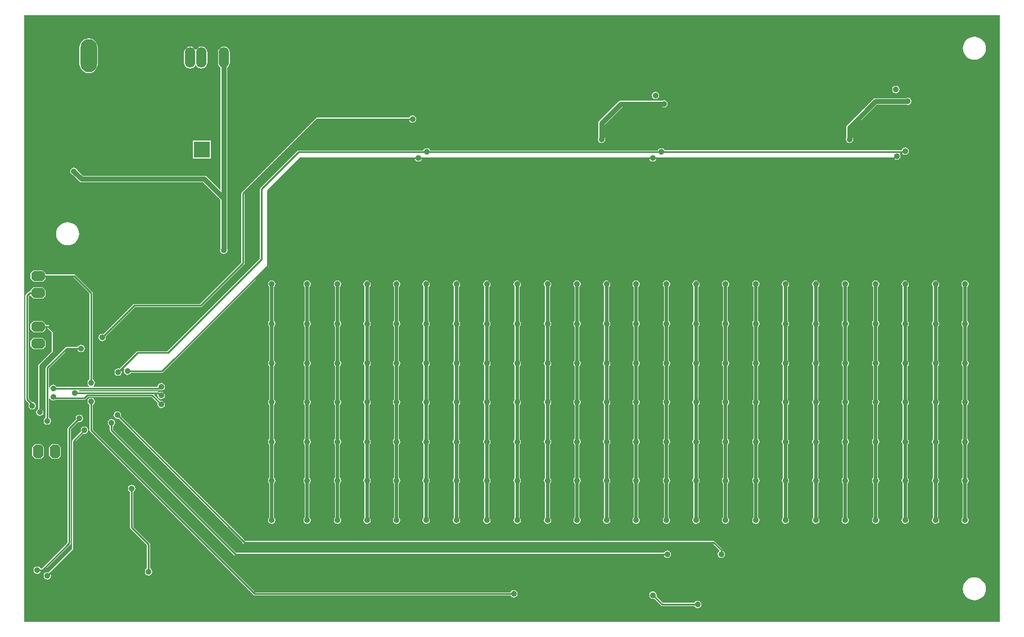
<source format=gbl>
G04*
G04 #@! TF.GenerationSoftware,Altium Limited,Altium Designer,19.0.15 (446)*
G04*
G04 Layer_Physical_Order=2*
G04 Layer_Color=16711680*
%FSLAX23Y23*%
%MOIN*%
G70*
G01*
G75*
%ADD21C,0.010*%
%ADD75C,0.030*%
%ADD76C,0.020*%
%ADD77R,0.098X0.098*%
%ADD78C,0.098*%
%ADD79O,0.177X0.089*%
%ADD80O,0.089X0.177*%
%ADD81O,0.098X0.197*%
G04:AMPARAMS|DCode=82|XSize=80mil|YSize=60mil|CornerRadius=0mil|HoleSize=0mil|Usage=FLASHONLY|Rotation=180.000|XOffset=0mil|YOffset=0mil|HoleType=Round|Shape=Octagon|*
%AMOCTAGOND82*
4,1,8,-0.040,0.015,-0.040,-0.015,-0.025,-0.030,0.025,-0.030,0.040,-0.015,0.040,0.015,0.025,0.030,-0.025,0.030,-0.040,0.015,0.0*
%
%ADD82OCTAGOND82*%

G04:AMPARAMS|DCode=83|XSize=80mil|YSize=60mil|CornerRadius=0mil|HoleSize=0mil|Usage=FLASHONLY|Rotation=90.000|XOffset=0mil|YOffset=0mil|HoleType=Round|Shape=Octagon|*
%AMOCTAGOND83*
4,1,8,0.015,0.040,-0.015,0.040,-0.030,0.025,-0.030,-0.025,-0.015,-0.040,0.015,-0.040,0.030,-0.025,0.030,0.025,0.015,0.040,0.0*
%
%ADD83OCTAGOND83*%

%ADD84O,0.061X0.122*%
%ADD85C,0.035*%
G36*
X4196Y-551D02*
X-1586D01*
Y3046D01*
X4196D01*
Y-551D01*
D02*
G37*
%LPC*%
G36*
X-537Y2860D02*
X-546Y2859D01*
X-554Y2856D01*
X-562Y2850D01*
X-567Y2843D01*
X-568Y2841D01*
X-573D01*
X-574Y2843D01*
X-579Y2850D01*
X-586Y2856D01*
X-595Y2859D01*
X-604Y2860D01*
X-613Y2859D01*
X-621Y2856D01*
X-628Y2850D01*
X-634Y2843D01*
X-637Y2835D01*
X-639Y2826D01*
Y2764D01*
X-637Y2755D01*
X-634Y2747D01*
X-628Y2740D01*
X-621Y2734D01*
X-613Y2731D01*
X-604Y2730D01*
X-595Y2731D01*
X-586Y2734D01*
X-579Y2740D01*
X-574Y2747D01*
X-573Y2749D01*
X-568D01*
X-567Y2747D01*
X-562Y2740D01*
X-554Y2734D01*
X-546Y2731D01*
X-537Y2730D01*
X-528Y2731D01*
X-520Y2734D01*
X-512Y2740D01*
X-507Y2747D01*
X-503Y2755D01*
X-502Y2764D01*
Y2826D01*
X-503Y2835D01*
X-507Y2843D01*
X-512Y2850D01*
X-520Y2856D01*
X-528Y2859D01*
X-537Y2860D01*
D02*
G37*
G36*
X4045Y2918D02*
X4032Y2917D01*
X4019Y2913D01*
X4007Y2907D01*
X3997Y2898D01*
X3988Y2888D01*
X3982Y2876D01*
X3978Y2863D01*
X3977Y2850D01*
X3978Y2837D01*
X3982Y2824D01*
X3988Y2812D01*
X3997Y2802D01*
X4007Y2793D01*
X4019Y2787D01*
X4032Y2783D01*
X4045Y2782D01*
X4058Y2783D01*
X4071Y2787D01*
X4083Y2793D01*
X4093Y2802D01*
X4102Y2812D01*
X4108Y2824D01*
X4112Y2837D01*
X4113Y2850D01*
X4112Y2863D01*
X4108Y2876D01*
X4102Y2888D01*
X4093Y2898D01*
X4083Y2907D01*
X4071Y2913D01*
X4058Y2917D01*
X4045Y2918D01*
D02*
G37*
G36*
X-1205Y2908D02*
X-1219Y2906D01*
X-1232Y2901D01*
X-1243Y2892D01*
X-1251Y2881D01*
X-1257Y2868D01*
X-1259Y2854D01*
Y2756D01*
X-1257Y2742D01*
X-1251Y2729D01*
X-1243Y2718D01*
X-1232Y2709D01*
X-1219Y2704D01*
X-1205Y2702D01*
X-1191Y2704D01*
X-1178Y2709D01*
X-1167Y2718D01*
X-1159Y2729D01*
X-1153Y2742D01*
X-1151Y2756D01*
Y2854D01*
X-1153Y2868D01*
X-1159Y2881D01*
X-1167Y2892D01*
X-1178Y2901D01*
X-1191Y2906D01*
X-1205Y2908D01*
D02*
G37*
G36*
X3580Y2627D02*
X3572Y2625D01*
X3564Y2621D01*
X3560Y2613D01*
X3558Y2605D01*
X3560Y2597D01*
X3564Y2589D01*
X3572Y2585D01*
X3580Y2583D01*
X3588Y2585D01*
X3596Y2589D01*
X3600Y2597D01*
X3602Y2605D01*
X3600Y2613D01*
X3596Y2621D01*
X3588Y2625D01*
X3580Y2627D01*
D02*
G37*
G36*
X2155Y2592D02*
X2147Y2590D01*
X2139Y2586D01*
X2135Y2578D01*
X2133Y2570D01*
X2135Y2562D01*
X2139Y2554D01*
X2147Y2550D01*
X2155Y2548D01*
X2163Y2550D01*
X2171Y2554D01*
X2175Y2562D01*
X2177Y2570D01*
X2175Y2578D01*
X2171Y2586D01*
X2163Y2590D01*
X2155Y2592D01*
D02*
G37*
G36*
X3650Y2557D02*
X3642Y2555D01*
X3640Y2554D01*
X3460D01*
X3453Y2553D01*
X3446Y2549D01*
X3291Y2394D01*
X3287Y2387D01*
X3286Y2380D01*
Y2320D01*
X3285Y2319D01*
X3283Y2310D01*
X3285Y2302D01*
X3289Y2295D01*
X3297Y2290D01*
X3305Y2288D01*
X3313Y2290D01*
X3321Y2295D01*
X3325Y2302D01*
X3327Y2310D01*
X3325Y2319D01*
X3324Y2320D01*
Y2372D01*
X3468Y2516D01*
X3640D01*
X3642Y2515D01*
X3650Y2513D01*
X3658Y2515D01*
X3666Y2519D01*
X3670Y2527D01*
X3672Y2535D01*
X3670Y2543D01*
X3666Y2551D01*
X3658Y2555D01*
X3650Y2557D01*
D02*
G37*
G36*
X2205Y2542D02*
X2197Y2540D01*
X2195Y2539D01*
X1950D01*
X1943Y2538D01*
X1936Y2534D01*
X1821Y2419D01*
X1817Y2412D01*
X1816Y2405D01*
Y2320D01*
X1815Y2318D01*
X1813Y2310D01*
X1815Y2302D01*
X1819Y2294D01*
X1827Y2290D01*
X1835Y2288D01*
X1843Y2290D01*
X1851Y2294D01*
X1855Y2302D01*
X1857Y2310D01*
X1855Y2318D01*
X1854Y2320D01*
Y2397D01*
X1958Y2501D01*
X2195D01*
X2197Y2500D01*
X2205Y2498D01*
X2213Y2500D01*
X2221Y2504D01*
X2225Y2512D01*
X2227Y2520D01*
X2225Y2528D01*
X2221Y2536D01*
X2213Y2540D01*
X2205Y2542D01*
D02*
G37*
G36*
X715Y2452D02*
X707Y2450D01*
X699Y2446D01*
X695Y2439D01*
X150D01*
X146Y2438D01*
X144Y2436D01*
X-296Y1996D01*
X-298Y1994D01*
X-299Y1990D01*
Y1579D01*
X-544Y1334D01*
X-935D01*
X-939Y1333D01*
X-941Y1331D01*
X-1118Y1155D01*
X-1125Y1157D01*
X-1133Y1155D01*
X-1141Y1151D01*
X-1145Y1143D01*
X-1147Y1135D01*
X-1145Y1127D01*
X-1141Y1119D01*
X-1133Y1115D01*
X-1125Y1113D01*
X-1117Y1115D01*
X-1109Y1119D01*
X-1105Y1127D01*
X-1103Y1135D01*
X-1105Y1142D01*
X-931Y1316D01*
X-540D01*
X-536Y1317D01*
X-534Y1319D01*
X-284Y1569D01*
X-282Y1571D01*
X-281Y1575D01*
Y1986D01*
X154Y2421D01*
X695D01*
X699Y2414D01*
X707Y2410D01*
X715Y2408D01*
X723Y2410D01*
X731Y2414D01*
X735Y2422D01*
X737Y2430D01*
X735Y2438D01*
X731Y2446D01*
X723Y2450D01*
X715Y2452D01*
D02*
G37*
G36*
X3635Y2262D02*
X3627Y2260D01*
X3619Y2256D01*
X3615Y2248D01*
X3614Y2247D01*
X2208D01*
X2206Y2251D01*
X2198Y2255D01*
X2190Y2257D01*
X2182Y2255D01*
X2174Y2251D01*
X2170Y2244D01*
X820D01*
X816Y2251D01*
X808Y2255D01*
X800Y2257D01*
X792Y2255D01*
X784Y2251D01*
X780Y2244D01*
X40D01*
X36Y2243D01*
X34Y2241D01*
X-186Y2021D01*
X-188Y2019D01*
X-189Y2015D01*
Y1604D01*
X-739Y1054D01*
X-915D01*
X-919Y1053D01*
X-921Y1051D01*
X-1023Y950D01*
X-1030Y952D01*
X-1038Y950D01*
X-1046Y946D01*
X-1050Y938D01*
X-1052Y930D01*
X-1050Y922D01*
X-1046Y914D01*
X-1038Y910D01*
X-1030Y908D01*
X-1022Y910D01*
X-1014Y914D01*
X-1010Y922D01*
X-1008Y930D01*
X-1010Y937D01*
X-996Y951D01*
X-993Y947D01*
X-995Y943D01*
X-997Y935D01*
X-995Y927D01*
X-991Y919D01*
X-983Y915D01*
X-975Y913D01*
X-967Y915D01*
X-959Y919D01*
X-955Y926D01*
X-770D01*
X-766Y927D01*
X-764Y929D01*
X-139Y1554D01*
X-137Y1556D01*
X-136Y1560D01*
Y2001D01*
X54Y2191D01*
X730D01*
X734Y2184D01*
X742Y2180D01*
X750Y2178D01*
X758Y2180D01*
X766Y2184D01*
X770Y2191D01*
X2120D01*
X2124Y2184D01*
X2132Y2180D01*
X2140Y2178D01*
X2148Y2180D01*
X2156Y2184D01*
X2160Y2191D01*
X3568D01*
X3572Y2192D01*
X3573Y2192D01*
X3577Y2190D01*
X3585Y2188D01*
X3593Y2190D01*
X3601Y2194D01*
X3605Y2202D01*
X3607Y2210D01*
X3605Y2218D01*
X3602Y2223D01*
X3605Y2228D01*
X3617D01*
X3619Y2224D01*
X3627Y2220D01*
X3635Y2218D01*
X3643Y2220D01*
X3651Y2224D01*
X3655Y2232D01*
X3657Y2240D01*
X3655Y2248D01*
X3651Y2256D01*
X3643Y2260D01*
X3635Y2262D01*
D02*
G37*
G36*
X-482Y2303D02*
X-588D01*
Y2197D01*
X-482D01*
Y2303D01*
D02*
G37*
G36*
X-403Y2860D02*
X-412Y2859D01*
X-420Y2856D01*
X-428Y2850D01*
X-433Y2843D01*
X-437Y2835D01*
X-438Y2826D01*
Y2764D01*
X-437Y2755D01*
X-433Y2747D01*
X-428Y2740D01*
X-423Y2736D01*
Y2013D01*
X-428Y2011D01*
X-505Y2089D01*
X-511Y2093D01*
X-519Y2094D01*
X-1240D01*
X-1272Y2127D01*
X-1272Y2128D01*
X-1277Y2136D01*
X-1284Y2140D01*
X-1293Y2142D01*
X-1301Y2140D01*
X-1308Y2136D01*
X-1313Y2128D01*
X-1315Y2120D01*
X-1313Y2112D01*
X-1308Y2104D01*
X-1301Y2100D01*
X-1299Y2099D01*
X-1261Y2061D01*
X-1255Y2057D01*
X-1248Y2056D01*
X-527D01*
X-423Y1952D01*
Y1661D01*
X-424Y1659D01*
X-426Y1651D01*
X-424Y1643D01*
X-420Y1635D01*
X-412Y1631D01*
X-404Y1629D01*
X-396Y1631D01*
X-389Y1635D01*
X-384Y1643D01*
X-382Y1651D01*
X-384Y1659D01*
X-384Y1660D01*
Y1960D01*
Y2735D01*
X-378Y2740D01*
X-373Y2747D01*
X-369Y2755D01*
X-368Y2764D01*
Y2826D01*
X-369Y2835D01*
X-373Y2843D01*
X-378Y2850D01*
X-386Y2856D01*
X-394Y2859D01*
X-403Y2860D01*
D02*
G37*
G36*
X-1330Y1818D02*
X-1343Y1817D01*
X-1356Y1813D01*
X-1368Y1807D01*
X-1378Y1798D01*
X-1387Y1788D01*
X-1393Y1776D01*
X-1397Y1763D01*
X-1398Y1750D01*
X-1397Y1737D01*
X-1393Y1724D01*
X-1387Y1712D01*
X-1378Y1702D01*
X-1368Y1693D01*
X-1356Y1687D01*
X-1343Y1683D01*
X-1330Y1682D01*
X-1317Y1683D01*
X-1304Y1687D01*
X-1292Y1693D01*
X-1282Y1702D01*
X-1273Y1712D01*
X-1267Y1724D01*
X-1263Y1737D01*
X-1262Y1750D01*
X-1263Y1763D01*
X-1267Y1776D01*
X-1273Y1788D01*
X-1282Y1798D01*
X-1292Y1807D01*
X-1304Y1813D01*
X-1317Y1817D01*
X-1330Y1818D01*
D02*
G37*
G36*
X-1478Y1434D02*
X-1532D01*
X-1549Y1417D01*
Y1409D01*
X-1554D01*
X-1558Y1408D01*
X-1561Y1406D01*
X-1576Y1391D01*
X-1578Y1388D01*
X-1579Y1384D01*
Y770D01*
X-1578Y766D01*
X-1576Y764D01*
X-1557Y744D01*
X-1560Y739D01*
X-1562Y730D01*
X-1560Y722D01*
X-1556Y715D01*
X-1548Y710D01*
X-1540Y709D01*
X-1532Y710D01*
X-1524Y715D01*
X-1520Y722D01*
X-1518Y730D01*
X-1520Y739D01*
X-1524Y746D01*
X-1532Y751D01*
X-1539Y752D01*
X-1561Y774D01*
Y1380D01*
X-1554Y1387D01*
X-1549Y1385D01*
Y1383D01*
X-1532Y1366D01*
X-1478D01*
X-1461Y1383D01*
Y1417D01*
X-1478Y1434D01*
D02*
G37*
G36*
Y1134D02*
X-1532D01*
X-1549Y1117D01*
Y1083D01*
X-1532Y1066D01*
X-1478D01*
X-1461Y1083D01*
Y1117D01*
X-1478Y1134D01*
D02*
G37*
G36*
Y1534D02*
X-1532D01*
X-1549Y1517D01*
Y1483D01*
X-1532Y1466D01*
X-1478D01*
X-1461Y1483D01*
Y1491D01*
X-1294D01*
X-1199Y1396D01*
Y885D01*
X-1206Y881D01*
X-1210Y873D01*
X-1212Y865D01*
X-1210Y857D01*
X-1206Y849D01*
X-1202Y847D01*
X-1203Y842D01*
X-1271D01*
X-1272Y842D01*
X-1275Y843D01*
X-1297D01*
X-1301Y842D01*
X-1301Y842D01*
X-1395D01*
X-1399Y848D01*
X-1407Y853D01*
X-1415Y855D01*
X-1423Y853D01*
X-1431Y848D01*
X-1435Y841D01*
X-1436Y838D01*
X-1441Y839D01*
Y951D01*
X-1331Y1061D01*
X-1270D01*
X-1266Y1054D01*
X-1258Y1050D01*
X-1250Y1048D01*
X-1242Y1050D01*
X-1234Y1054D01*
X-1230Y1062D01*
X-1228Y1070D01*
X-1230Y1078D01*
X-1234Y1086D01*
X-1242Y1090D01*
X-1250Y1092D01*
X-1258Y1090D01*
X-1266Y1086D01*
X-1270Y1079D01*
X-1335D01*
X-1339Y1078D01*
X-1341Y1076D01*
X-1456Y961D01*
X-1458Y959D01*
X-1459Y955D01*
Y660D01*
X-1466Y656D01*
X-1470Y648D01*
X-1472Y640D01*
X-1470Y632D01*
X-1466Y624D01*
X-1458Y620D01*
X-1450Y618D01*
X-1442Y620D01*
X-1434Y624D01*
X-1430Y632D01*
X-1428Y640D01*
X-1430Y648D01*
X-1434Y656D01*
X-1441Y660D01*
Y777D01*
X-1436Y777D01*
X-1435Y774D01*
X-1431Y767D01*
X-1423Y763D01*
X-1415Y761D01*
X-1407Y763D01*
X-1402Y766D01*
X-1230D01*
X-1226Y767D01*
X-1224Y769D01*
X-1210Y782D01*
X-833D01*
X-795Y745D01*
X-797Y738D01*
X-795Y729D01*
X-791Y722D01*
X-783Y718D01*
X-775Y716D01*
X-767Y718D01*
X-759Y722D01*
X-755Y729D01*
X-753Y738D01*
X-755Y746D01*
X-759Y753D01*
X-767Y758D01*
X-775Y760D01*
X-782Y758D01*
X-817Y793D01*
X-815Y798D01*
X-801D01*
X-797Y793D01*
X-797Y792D01*
X-795Y783D01*
X-791Y776D01*
X-783Y771D01*
X-775Y770D01*
X-767Y771D01*
X-759Y776D01*
X-755Y783D01*
X-753Y792D01*
X-755Y800D01*
X-759Y807D01*
X-767Y812D01*
X-775Y813D01*
X-783Y812D01*
X-787Y810D01*
X-791Y814D01*
X-794Y816D01*
X-797Y816D01*
X-1263D01*
X-1265Y819D01*
X-1262Y824D01*
X-792D01*
X-788Y824D01*
X-787Y825D01*
X-783Y823D01*
X-775Y821D01*
X-767Y823D01*
X-759Y827D01*
X-755Y834D01*
X-753Y843D01*
X-755Y851D01*
X-759Y858D01*
X-767Y863D01*
X-775Y865D01*
X-783Y863D01*
X-791Y858D01*
X-795Y851D01*
X-797Y843D01*
X-798Y842D01*
X-1177D01*
X-1178Y847D01*
X-1174Y849D01*
X-1170Y857D01*
X-1168Y865D01*
X-1170Y873D01*
X-1174Y881D01*
X-1181Y885D01*
Y1400D01*
X-1182Y1404D01*
X-1184Y1406D01*
X-1284Y1506D01*
X-1286Y1508D01*
X-1290Y1509D01*
X-1461D01*
Y1517D01*
X-1478Y1534D01*
D02*
G37*
G36*
Y1234D02*
X-1532D01*
X-1549Y1217D01*
Y1183D01*
X-1532Y1166D01*
X-1478D01*
X-1461Y1183D01*
Y1191D01*
X-1449D01*
X-1424Y1166D01*
Y1054D01*
X-1501Y976D01*
X-1503Y974D01*
X-1504Y970D01*
Y712D01*
X-1511Y707D01*
X-1515Y700D01*
X-1517Y692D01*
X-1515Y683D01*
X-1511Y676D01*
X-1503Y672D01*
X-1495Y670D01*
X-1487Y672D01*
X-1479Y676D01*
X-1475Y683D01*
X-1473Y692D01*
X-1475Y700D01*
X-1479Y707D01*
X-1486Y712D01*
Y966D01*
X-1409Y1044D01*
X-1407Y1046D01*
X-1406Y1050D01*
Y1170D01*
X-1407Y1174D01*
X-1409Y1176D01*
X-1439Y1206D01*
X-1441Y1208D01*
X-1445Y1209D01*
X-1461D01*
Y1217D01*
X-1478Y1234D01*
D02*
G37*
G36*
X-1260Y677D02*
X-1268Y675D01*
X-1276Y671D01*
X-1280Y663D01*
X-1282Y655D01*
X-1280Y648D01*
X-1326Y601D01*
X-1328Y599D01*
X-1329Y595D01*
Y-81D01*
X-1481Y-233D01*
X-1492D01*
X-1494Y-229D01*
X-1502Y-225D01*
X-1510Y-223D01*
X-1518Y-225D01*
X-1526Y-229D01*
X-1530Y-237D01*
X-1532Y-245D01*
X-1530Y-253D01*
X-1526Y-261D01*
X-1518Y-265D01*
X-1510Y-267D01*
X-1502Y-265D01*
X-1494Y-261D01*
X-1490Y-253D01*
X-1489Y-252D01*
X-1477D01*
X-1474Y-251D01*
X-1471Y-249D01*
X-1314Y-91D01*
X-1312Y-89D01*
X-1311Y-85D01*
Y591D01*
X-1267Y635D01*
X-1260Y633D01*
X-1252Y635D01*
X-1244Y639D01*
X-1240Y647D01*
X-1238Y655D01*
X-1240Y663D01*
X-1244Y671D01*
X-1252Y675D01*
X-1260Y677D01*
D02*
G37*
G36*
X-1230Y607D02*
X-1238Y605D01*
X-1246Y601D01*
X-1250Y593D01*
X-1252Y585D01*
X-1250Y578D01*
X-1301Y526D01*
X-1303Y524D01*
X-1304Y520D01*
Y-119D01*
X-1443Y-257D01*
X-1450Y-256D01*
X-1458Y-257D01*
X-1466Y-262D01*
X-1470Y-269D01*
X-1472Y-278D01*
X-1470Y-286D01*
X-1466Y-293D01*
X-1458Y-298D01*
X-1450Y-300D01*
X-1442Y-298D01*
X-1434Y-293D01*
X-1430Y-286D01*
X-1428Y-278D01*
X-1430Y-270D01*
X-1289Y-129D01*
X-1287Y-126D01*
X-1286Y-123D01*
Y516D01*
X-1237Y565D01*
X-1230Y563D01*
X-1222Y565D01*
X-1214Y569D01*
X-1210Y577D01*
X-1208Y585D01*
X-1210Y593D01*
X-1214Y601D01*
X-1222Y605D01*
X-1230Y607D01*
D02*
G37*
G36*
X-1388Y504D02*
X-1422D01*
X-1439Y487D01*
Y433D01*
X-1422Y416D01*
X-1388D01*
X-1371Y433D01*
Y487D01*
X-1388Y504D01*
D02*
G37*
G36*
X-1488D02*
X-1522D01*
X-1539Y487D01*
Y433D01*
X-1522Y416D01*
X-1488D01*
X-1471Y433D01*
Y487D01*
X-1488Y504D01*
D02*
G37*
G36*
X3990Y1473D02*
X3982Y1472D01*
X3974Y1467D01*
X3970Y1460D01*
X3968Y1451D01*
X3970Y1443D01*
X3974Y1436D01*
X3976Y1435D01*
Y1233D01*
X3974Y1232D01*
X3970Y1225D01*
X3968Y1216D01*
X3970Y1208D01*
X3974Y1201D01*
X3976Y1200D01*
Y998D01*
X3974Y997D01*
X3970Y990D01*
X3968Y981D01*
X3970Y973D01*
X3974Y966D01*
X3976Y965D01*
Y768D01*
X3974Y767D01*
X3970Y760D01*
X3968Y751D01*
X3970Y743D01*
X3974Y736D01*
X3976Y735D01*
Y533D01*
X3974Y532D01*
X3970Y525D01*
X3968Y516D01*
X3970Y508D01*
X3974Y501D01*
X3976Y500D01*
Y303D01*
X3974Y302D01*
X3970Y295D01*
X3968Y286D01*
X3970Y278D01*
X3974Y271D01*
X3976Y270D01*
Y68D01*
X3974Y67D01*
X3970Y60D01*
X3968Y51D01*
X3970Y43D01*
X3974Y36D01*
X3982Y31D01*
X3990Y29D01*
X3998Y31D01*
X4006Y36D01*
X4010Y43D01*
X4012Y51D01*
X4010Y60D01*
X4006Y67D01*
X4004Y68D01*
Y270D01*
X4006Y271D01*
X4010Y278D01*
X4012Y286D01*
X4010Y295D01*
X4006Y302D01*
X4004Y303D01*
Y500D01*
X4006Y501D01*
X4010Y508D01*
X4012Y516D01*
X4010Y525D01*
X4006Y532D01*
X4004Y533D01*
Y735D01*
X4006Y736D01*
X4010Y743D01*
X4012Y751D01*
X4010Y760D01*
X4006Y767D01*
X4004Y768D01*
Y965D01*
X4006Y966D01*
X4010Y973D01*
X4012Y981D01*
X4010Y990D01*
X4006Y997D01*
X4004Y998D01*
Y1200D01*
X4006Y1201D01*
X4010Y1208D01*
X4012Y1216D01*
X4010Y1225D01*
X4006Y1232D01*
X4004Y1233D01*
Y1435D01*
X4006Y1436D01*
X4010Y1443D01*
X4012Y1451D01*
X4010Y1460D01*
X4006Y1467D01*
X3998Y1472D01*
X3990Y1473D01*
D02*
G37*
G36*
X3815D02*
X3807Y1472D01*
X3799Y1467D01*
X3795Y1460D01*
X3793Y1451D01*
X3795Y1443D01*
X3799Y1436D01*
X3801Y1435D01*
Y1233D01*
X3799Y1232D01*
X3795Y1225D01*
X3793Y1216D01*
X3795Y1208D01*
X3799Y1201D01*
X3801Y1200D01*
Y998D01*
X3799Y997D01*
X3795Y990D01*
X3793Y981D01*
X3795Y973D01*
X3799Y966D01*
X3801Y965D01*
Y768D01*
X3799Y767D01*
X3795Y760D01*
X3793Y751D01*
X3795Y743D01*
X3799Y736D01*
X3801Y735D01*
Y533D01*
X3799Y532D01*
X3795Y525D01*
X3793Y516D01*
X3795Y508D01*
X3799Y501D01*
X3801Y500D01*
Y303D01*
X3799Y302D01*
X3795Y295D01*
X3793Y286D01*
X3795Y278D01*
X3799Y271D01*
X3801Y270D01*
Y68D01*
X3799Y67D01*
X3795Y60D01*
X3793Y51D01*
X3795Y43D01*
X3799Y36D01*
X3807Y31D01*
X3815Y29D01*
X3823Y31D01*
X3831Y36D01*
X3835Y43D01*
X3837Y51D01*
X3835Y60D01*
X3831Y67D01*
X3829Y68D01*
Y270D01*
X3831Y271D01*
X3835Y278D01*
X3837Y286D01*
X3835Y295D01*
X3831Y302D01*
X3829Y303D01*
Y500D01*
X3831Y501D01*
X3835Y508D01*
X3837Y516D01*
X3835Y525D01*
X3831Y532D01*
X3829Y533D01*
Y735D01*
X3831Y736D01*
X3835Y743D01*
X3837Y751D01*
X3835Y760D01*
X3831Y767D01*
X3829Y768D01*
Y965D01*
X3831Y966D01*
X3835Y973D01*
X3837Y981D01*
X3835Y990D01*
X3831Y997D01*
X3829Y998D01*
Y1200D01*
X3831Y1201D01*
X3835Y1208D01*
X3837Y1216D01*
X3835Y1225D01*
X3831Y1232D01*
X3829Y1233D01*
Y1435D01*
X3831Y1436D01*
X3835Y1443D01*
X3837Y1451D01*
X3835Y1460D01*
X3831Y1467D01*
X3823Y1472D01*
X3815Y1473D01*
D02*
G37*
G36*
X3635D02*
X3627Y1472D01*
X3619Y1467D01*
X3615Y1460D01*
X3613Y1451D01*
X3615Y1443D01*
X3619Y1436D01*
X3621Y1435D01*
Y1233D01*
X3619Y1232D01*
X3615Y1225D01*
X3613Y1216D01*
X3615Y1208D01*
X3619Y1201D01*
X3621Y1200D01*
Y998D01*
X3619Y997D01*
X3615Y990D01*
X3613Y981D01*
X3615Y973D01*
X3619Y966D01*
X3621Y965D01*
Y768D01*
X3619Y767D01*
X3615Y760D01*
X3613Y751D01*
X3615Y743D01*
X3619Y736D01*
X3621Y735D01*
Y533D01*
X3619Y532D01*
X3615Y525D01*
X3613Y516D01*
X3615Y508D01*
X3619Y501D01*
X3621Y500D01*
Y303D01*
X3619Y302D01*
X3615Y295D01*
X3613Y286D01*
X3615Y278D01*
X3619Y271D01*
X3621Y270D01*
Y68D01*
X3619Y67D01*
X3615Y60D01*
X3613Y51D01*
X3615Y43D01*
X3619Y36D01*
X3627Y31D01*
X3635Y29D01*
X3643Y31D01*
X3651Y36D01*
X3655Y43D01*
X3657Y51D01*
X3655Y60D01*
X3651Y67D01*
X3649Y68D01*
Y270D01*
X3651Y271D01*
X3655Y278D01*
X3657Y286D01*
X3655Y295D01*
X3651Y302D01*
X3649Y303D01*
Y500D01*
X3651Y501D01*
X3655Y508D01*
X3657Y516D01*
X3655Y525D01*
X3651Y532D01*
X3649Y533D01*
Y735D01*
X3651Y736D01*
X3655Y743D01*
X3657Y751D01*
X3655Y760D01*
X3651Y767D01*
X3649Y768D01*
Y965D01*
X3651Y966D01*
X3655Y973D01*
X3657Y981D01*
X3655Y990D01*
X3651Y997D01*
X3649Y998D01*
Y1200D01*
X3651Y1201D01*
X3655Y1208D01*
X3657Y1216D01*
X3655Y1225D01*
X3651Y1232D01*
X3649Y1233D01*
Y1435D01*
X3651Y1436D01*
X3655Y1443D01*
X3657Y1451D01*
X3655Y1460D01*
X3651Y1467D01*
X3643Y1472D01*
X3635Y1473D01*
D02*
G37*
G36*
X3460D02*
X3452Y1472D01*
X3444Y1467D01*
X3440Y1460D01*
X3438Y1451D01*
X3440Y1443D01*
X3444Y1436D01*
X3446Y1435D01*
Y1233D01*
X3444Y1232D01*
X3440Y1225D01*
X3438Y1216D01*
X3440Y1208D01*
X3444Y1201D01*
X3446Y1200D01*
Y998D01*
X3444Y997D01*
X3440Y990D01*
X3438Y981D01*
X3440Y973D01*
X3444Y966D01*
X3446Y965D01*
Y768D01*
X3444Y767D01*
X3440Y760D01*
X3438Y751D01*
X3440Y743D01*
X3444Y736D01*
X3446Y735D01*
Y533D01*
X3444Y532D01*
X3440Y525D01*
X3438Y516D01*
X3440Y508D01*
X3444Y501D01*
X3446Y500D01*
Y303D01*
X3444Y302D01*
X3440Y295D01*
X3438Y286D01*
X3440Y278D01*
X3444Y271D01*
X3446Y270D01*
Y68D01*
X3444Y67D01*
X3440Y60D01*
X3438Y51D01*
X3440Y43D01*
X3444Y36D01*
X3452Y31D01*
X3460Y29D01*
X3468Y31D01*
X3476Y36D01*
X3480Y43D01*
X3482Y51D01*
X3480Y60D01*
X3476Y67D01*
X3474Y68D01*
Y270D01*
X3476Y271D01*
X3480Y278D01*
X3482Y286D01*
X3480Y295D01*
X3476Y302D01*
X3474Y303D01*
Y500D01*
X3476Y501D01*
X3480Y508D01*
X3482Y516D01*
X3480Y525D01*
X3476Y532D01*
X3474Y533D01*
Y735D01*
X3476Y736D01*
X3480Y743D01*
X3482Y751D01*
X3480Y760D01*
X3476Y767D01*
X3474Y768D01*
Y965D01*
X3476Y966D01*
X3480Y973D01*
X3482Y981D01*
X3480Y990D01*
X3476Y997D01*
X3474Y998D01*
Y1200D01*
X3476Y1201D01*
X3480Y1208D01*
X3482Y1216D01*
X3480Y1225D01*
X3476Y1232D01*
X3474Y1233D01*
Y1435D01*
X3476Y1436D01*
X3480Y1443D01*
X3482Y1451D01*
X3480Y1460D01*
X3476Y1467D01*
X3468Y1472D01*
X3460Y1473D01*
D02*
G37*
G36*
X3280D02*
X3272Y1472D01*
X3264Y1467D01*
X3260Y1460D01*
X3258Y1451D01*
X3260Y1443D01*
X3264Y1436D01*
X3266Y1435D01*
Y1233D01*
X3264Y1232D01*
X3260Y1225D01*
X3258Y1216D01*
X3260Y1208D01*
X3264Y1201D01*
X3266Y1200D01*
Y998D01*
X3264Y997D01*
X3260Y990D01*
X3258Y981D01*
X3260Y973D01*
X3264Y966D01*
X3266Y965D01*
Y768D01*
X3264Y767D01*
X3260Y760D01*
X3258Y751D01*
X3260Y743D01*
X3264Y736D01*
X3266Y735D01*
Y533D01*
X3264Y532D01*
X3260Y525D01*
X3258Y516D01*
X3260Y508D01*
X3264Y501D01*
X3266Y500D01*
Y303D01*
X3264Y302D01*
X3260Y295D01*
X3258Y286D01*
X3260Y278D01*
X3264Y271D01*
X3266Y270D01*
Y68D01*
X3264Y67D01*
X3260Y60D01*
X3258Y51D01*
X3260Y43D01*
X3264Y36D01*
X3272Y31D01*
X3280Y29D01*
X3288Y31D01*
X3296Y36D01*
X3300Y43D01*
X3302Y51D01*
X3300Y60D01*
X3296Y67D01*
X3294Y68D01*
Y270D01*
X3296Y271D01*
X3300Y278D01*
X3302Y286D01*
X3300Y295D01*
X3296Y302D01*
X3294Y303D01*
Y500D01*
X3296Y501D01*
X3300Y508D01*
X3302Y516D01*
X3300Y525D01*
X3296Y532D01*
X3294Y533D01*
Y735D01*
X3296Y736D01*
X3300Y743D01*
X3302Y751D01*
X3300Y760D01*
X3296Y767D01*
X3294Y768D01*
Y965D01*
X3296Y966D01*
X3300Y973D01*
X3302Y981D01*
X3300Y990D01*
X3296Y997D01*
X3294Y998D01*
Y1200D01*
X3296Y1201D01*
X3300Y1208D01*
X3302Y1216D01*
X3300Y1225D01*
X3296Y1232D01*
X3294Y1233D01*
Y1435D01*
X3296Y1436D01*
X3300Y1443D01*
X3302Y1451D01*
X3300Y1460D01*
X3296Y1467D01*
X3288Y1472D01*
X3280Y1473D01*
D02*
G37*
G36*
X3105D02*
X3097Y1472D01*
X3089Y1467D01*
X3085Y1460D01*
X3083Y1451D01*
X3085Y1443D01*
X3089Y1436D01*
X3091Y1435D01*
Y1233D01*
X3089Y1232D01*
X3085Y1225D01*
X3083Y1216D01*
X3085Y1208D01*
X3089Y1201D01*
X3091Y1200D01*
Y998D01*
X3089Y997D01*
X3085Y990D01*
X3083Y981D01*
X3085Y973D01*
X3089Y966D01*
X3091Y965D01*
Y768D01*
X3089Y767D01*
X3085Y760D01*
X3083Y751D01*
X3085Y743D01*
X3089Y736D01*
X3091Y735D01*
Y533D01*
X3089Y532D01*
X3085Y525D01*
X3083Y516D01*
X3085Y508D01*
X3089Y501D01*
X3091Y500D01*
Y303D01*
X3089Y302D01*
X3085Y295D01*
X3083Y286D01*
X3085Y278D01*
X3089Y271D01*
X3091Y270D01*
Y68D01*
X3089Y67D01*
X3085Y60D01*
X3083Y51D01*
X3085Y43D01*
X3089Y36D01*
X3097Y31D01*
X3105Y29D01*
X3113Y31D01*
X3121Y36D01*
X3125Y43D01*
X3127Y51D01*
X3125Y60D01*
X3121Y67D01*
X3119Y68D01*
Y270D01*
X3121Y271D01*
X3125Y278D01*
X3127Y286D01*
X3125Y295D01*
X3121Y302D01*
X3119Y303D01*
Y500D01*
X3121Y501D01*
X3125Y508D01*
X3127Y516D01*
X3125Y525D01*
X3121Y532D01*
X3119Y533D01*
Y735D01*
X3121Y736D01*
X3125Y743D01*
X3127Y751D01*
X3125Y760D01*
X3121Y767D01*
X3119Y768D01*
Y965D01*
X3121Y966D01*
X3125Y973D01*
X3127Y981D01*
X3125Y990D01*
X3121Y997D01*
X3119Y998D01*
Y1200D01*
X3121Y1201D01*
X3125Y1208D01*
X3127Y1216D01*
X3125Y1225D01*
X3121Y1232D01*
X3119Y1233D01*
Y1435D01*
X3121Y1436D01*
X3125Y1443D01*
X3127Y1451D01*
X3125Y1460D01*
X3121Y1467D01*
X3113Y1472D01*
X3105Y1473D01*
D02*
G37*
G36*
X2925D02*
X2917Y1472D01*
X2909Y1467D01*
X2905Y1460D01*
X2903Y1451D01*
X2905Y1443D01*
X2909Y1436D01*
X2911Y1435D01*
Y1233D01*
X2909Y1232D01*
X2905Y1225D01*
X2903Y1216D01*
X2905Y1208D01*
X2909Y1201D01*
X2911Y1200D01*
Y998D01*
X2909Y997D01*
X2905Y990D01*
X2903Y981D01*
X2905Y973D01*
X2909Y966D01*
X2911Y965D01*
Y768D01*
X2909Y767D01*
X2905Y760D01*
X2903Y751D01*
X2905Y743D01*
X2909Y736D01*
X2911Y735D01*
Y533D01*
X2909Y532D01*
X2905Y525D01*
X2903Y516D01*
X2905Y508D01*
X2909Y501D01*
X2911Y500D01*
Y303D01*
X2909Y302D01*
X2905Y295D01*
X2903Y286D01*
X2905Y278D01*
X2909Y271D01*
X2911Y270D01*
Y68D01*
X2909Y67D01*
X2905Y60D01*
X2903Y51D01*
X2905Y43D01*
X2909Y36D01*
X2917Y31D01*
X2925Y29D01*
X2933Y31D01*
X2941Y36D01*
X2945Y43D01*
X2947Y51D01*
X2945Y60D01*
X2941Y67D01*
X2939Y68D01*
Y270D01*
X2941Y271D01*
X2945Y278D01*
X2947Y286D01*
X2945Y295D01*
X2941Y302D01*
X2939Y303D01*
Y500D01*
X2941Y501D01*
X2945Y508D01*
X2947Y516D01*
X2945Y525D01*
X2941Y532D01*
X2939Y533D01*
Y735D01*
X2941Y736D01*
X2945Y743D01*
X2947Y751D01*
X2945Y760D01*
X2941Y767D01*
X2939Y768D01*
Y965D01*
X2941Y966D01*
X2945Y973D01*
X2947Y981D01*
X2945Y990D01*
X2941Y997D01*
X2939Y998D01*
Y1200D01*
X2941Y1201D01*
X2945Y1208D01*
X2947Y1216D01*
X2945Y1225D01*
X2941Y1232D01*
X2939Y1233D01*
Y1435D01*
X2941Y1436D01*
X2945Y1443D01*
X2947Y1451D01*
X2945Y1460D01*
X2941Y1467D01*
X2933Y1472D01*
X2925Y1473D01*
D02*
G37*
G36*
X2750D02*
X2742Y1472D01*
X2734Y1467D01*
X2730Y1460D01*
X2728Y1451D01*
X2730Y1443D01*
X2734Y1436D01*
X2736Y1435D01*
Y1233D01*
X2734Y1232D01*
X2730Y1225D01*
X2728Y1216D01*
X2730Y1208D01*
X2734Y1201D01*
X2736Y1200D01*
Y998D01*
X2734Y997D01*
X2730Y990D01*
X2728Y981D01*
X2730Y973D01*
X2734Y966D01*
X2736Y965D01*
Y768D01*
X2734Y767D01*
X2730Y760D01*
X2728Y751D01*
X2730Y743D01*
X2734Y736D01*
X2736Y735D01*
Y533D01*
X2734Y532D01*
X2730Y525D01*
X2728Y516D01*
X2730Y508D01*
X2734Y501D01*
X2736Y500D01*
Y303D01*
X2734Y302D01*
X2730Y295D01*
X2728Y286D01*
X2730Y278D01*
X2734Y271D01*
X2736Y270D01*
Y68D01*
X2734Y67D01*
X2730Y60D01*
X2728Y51D01*
X2730Y43D01*
X2734Y36D01*
X2742Y31D01*
X2750Y29D01*
X2758Y31D01*
X2766Y36D01*
X2770Y43D01*
X2772Y51D01*
X2770Y60D01*
X2766Y67D01*
X2764Y68D01*
Y270D01*
X2766Y271D01*
X2770Y278D01*
X2772Y286D01*
X2770Y295D01*
X2766Y302D01*
X2764Y303D01*
Y500D01*
X2766Y501D01*
X2770Y508D01*
X2772Y516D01*
X2770Y525D01*
X2766Y532D01*
X2764Y533D01*
Y735D01*
X2766Y736D01*
X2770Y743D01*
X2772Y751D01*
X2770Y760D01*
X2766Y767D01*
X2764Y768D01*
Y965D01*
X2766Y966D01*
X2770Y973D01*
X2772Y981D01*
X2770Y990D01*
X2766Y997D01*
X2764Y998D01*
Y1200D01*
X2766Y1201D01*
X2770Y1208D01*
X2772Y1216D01*
X2770Y1225D01*
X2766Y1232D01*
X2764Y1233D01*
Y1435D01*
X2766Y1436D01*
X2770Y1443D01*
X2772Y1451D01*
X2770Y1460D01*
X2766Y1467D01*
X2758Y1472D01*
X2750Y1473D01*
D02*
G37*
G36*
X2570D02*
X2562Y1472D01*
X2554Y1467D01*
X2550Y1460D01*
X2548Y1451D01*
X2550Y1443D01*
X2554Y1436D01*
X2556Y1435D01*
Y1233D01*
X2554Y1232D01*
X2550Y1225D01*
X2548Y1216D01*
X2550Y1208D01*
X2554Y1201D01*
X2556Y1200D01*
Y998D01*
X2554Y997D01*
X2550Y990D01*
X2548Y981D01*
X2550Y973D01*
X2554Y966D01*
X2556Y965D01*
Y768D01*
X2554Y767D01*
X2550Y760D01*
X2548Y751D01*
X2550Y743D01*
X2554Y736D01*
X2556Y735D01*
Y533D01*
X2554Y532D01*
X2550Y525D01*
X2548Y516D01*
X2550Y508D01*
X2554Y501D01*
X2556Y500D01*
Y303D01*
X2554Y302D01*
X2550Y295D01*
X2548Y286D01*
X2550Y278D01*
X2554Y271D01*
X2556Y270D01*
Y68D01*
X2554Y67D01*
X2550Y60D01*
X2548Y51D01*
X2550Y43D01*
X2554Y36D01*
X2562Y31D01*
X2570Y29D01*
X2578Y31D01*
X2586Y36D01*
X2590Y43D01*
X2592Y51D01*
X2590Y60D01*
X2586Y67D01*
X2584Y68D01*
Y270D01*
X2586Y271D01*
X2590Y278D01*
X2592Y286D01*
X2590Y295D01*
X2586Y302D01*
X2584Y303D01*
Y500D01*
X2586Y501D01*
X2590Y508D01*
X2592Y516D01*
X2590Y525D01*
X2586Y532D01*
X2584Y533D01*
Y735D01*
X2586Y736D01*
X2590Y743D01*
X2592Y751D01*
X2590Y760D01*
X2586Y767D01*
X2584Y768D01*
Y965D01*
X2586Y966D01*
X2590Y973D01*
X2592Y981D01*
X2590Y990D01*
X2586Y997D01*
X2584Y998D01*
Y1200D01*
X2586Y1201D01*
X2590Y1208D01*
X2592Y1216D01*
X2590Y1225D01*
X2586Y1232D01*
X2584Y1233D01*
Y1435D01*
X2586Y1436D01*
X2590Y1443D01*
X2592Y1451D01*
X2590Y1460D01*
X2586Y1467D01*
X2578Y1472D01*
X2570Y1473D01*
D02*
G37*
G36*
X2395D02*
X2387Y1472D01*
X2379Y1467D01*
X2375Y1460D01*
X2373Y1451D01*
X2375Y1443D01*
X2379Y1436D01*
X2381Y1435D01*
Y1233D01*
X2379Y1232D01*
X2375Y1225D01*
X2373Y1216D01*
X2375Y1208D01*
X2379Y1201D01*
X2381Y1200D01*
Y998D01*
X2379Y997D01*
X2375Y990D01*
X2373Y981D01*
X2375Y973D01*
X2379Y966D01*
X2381Y965D01*
Y768D01*
X2379Y767D01*
X2375Y760D01*
X2373Y751D01*
X2375Y743D01*
X2379Y736D01*
X2381Y735D01*
Y533D01*
X2379Y532D01*
X2375Y525D01*
X2373Y516D01*
X2375Y508D01*
X2379Y501D01*
X2381Y500D01*
Y303D01*
X2379Y302D01*
X2375Y295D01*
X2373Y286D01*
X2375Y278D01*
X2379Y271D01*
X2381Y270D01*
Y68D01*
X2379Y67D01*
X2375Y60D01*
X2373Y51D01*
X2375Y43D01*
X2379Y36D01*
X2387Y31D01*
X2395Y29D01*
X2403Y31D01*
X2411Y36D01*
X2415Y43D01*
X2417Y51D01*
X2415Y60D01*
X2411Y67D01*
X2409Y68D01*
Y270D01*
X2411Y271D01*
X2415Y278D01*
X2417Y286D01*
X2415Y295D01*
X2411Y302D01*
X2409Y303D01*
Y500D01*
X2411Y501D01*
X2415Y508D01*
X2417Y516D01*
X2415Y525D01*
X2411Y532D01*
X2409Y533D01*
Y735D01*
X2411Y736D01*
X2415Y743D01*
X2417Y751D01*
X2415Y760D01*
X2411Y767D01*
X2409Y768D01*
Y965D01*
X2411Y966D01*
X2415Y973D01*
X2417Y981D01*
X2415Y990D01*
X2411Y997D01*
X2409Y998D01*
Y1200D01*
X2411Y1201D01*
X2415Y1208D01*
X2417Y1216D01*
X2415Y1225D01*
X2411Y1232D01*
X2409Y1233D01*
Y1435D01*
X2411Y1436D01*
X2415Y1443D01*
X2417Y1451D01*
X2415Y1460D01*
X2411Y1467D01*
X2403Y1472D01*
X2395Y1473D01*
D02*
G37*
G36*
X2220D02*
X2212Y1472D01*
X2204Y1467D01*
X2200Y1460D01*
X2198Y1451D01*
X2200Y1443D01*
X2204Y1436D01*
X2206Y1435D01*
Y1233D01*
X2204Y1232D01*
X2200Y1225D01*
X2198Y1216D01*
X2200Y1208D01*
X2204Y1201D01*
X2206Y1200D01*
Y998D01*
X2204Y997D01*
X2200Y990D01*
X2198Y981D01*
X2200Y973D01*
X2204Y966D01*
X2206Y965D01*
Y768D01*
X2204Y767D01*
X2200Y760D01*
X2198Y751D01*
X2200Y743D01*
X2204Y736D01*
X2206Y735D01*
Y533D01*
X2204Y532D01*
X2200Y525D01*
X2198Y516D01*
X2200Y508D01*
X2204Y501D01*
X2206Y500D01*
Y303D01*
X2204Y302D01*
X2200Y295D01*
X2198Y286D01*
X2200Y278D01*
X2204Y271D01*
X2206Y270D01*
Y68D01*
X2204Y67D01*
X2200Y60D01*
X2198Y51D01*
X2200Y43D01*
X2204Y36D01*
X2212Y31D01*
X2220Y29D01*
X2228Y31D01*
X2236Y36D01*
X2240Y43D01*
X2242Y51D01*
X2240Y60D01*
X2236Y67D01*
X2234Y68D01*
Y270D01*
X2236Y271D01*
X2240Y278D01*
X2242Y286D01*
X2240Y295D01*
X2236Y302D01*
X2234Y303D01*
Y500D01*
X2236Y501D01*
X2240Y508D01*
X2242Y516D01*
X2240Y525D01*
X2236Y532D01*
X2234Y533D01*
Y735D01*
X2236Y736D01*
X2240Y743D01*
X2242Y751D01*
X2240Y760D01*
X2236Y767D01*
X2234Y768D01*
Y965D01*
X2236Y966D01*
X2240Y973D01*
X2242Y981D01*
X2240Y990D01*
X2236Y997D01*
X2234Y998D01*
Y1200D01*
X2236Y1201D01*
X2240Y1208D01*
X2242Y1216D01*
X2240Y1225D01*
X2236Y1232D01*
X2234Y1233D01*
Y1435D01*
X2236Y1436D01*
X2240Y1443D01*
X2242Y1451D01*
X2240Y1460D01*
X2236Y1467D01*
X2228Y1472D01*
X2220Y1473D01*
D02*
G37*
G36*
X2040D02*
X2032Y1472D01*
X2024Y1467D01*
X2020Y1460D01*
X2018Y1451D01*
X2020Y1443D01*
X2024Y1436D01*
X2026Y1435D01*
Y1233D01*
X2024Y1232D01*
X2020Y1225D01*
X2018Y1216D01*
X2020Y1208D01*
X2024Y1201D01*
X2026Y1200D01*
Y998D01*
X2024Y997D01*
X2020Y990D01*
X2018Y981D01*
X2020Y973D01*
X2024Y966D01*
X2026Y965D01*
Y768D01*
X2024Y767D01*
X2020Y760D01*
X2018Y751D01*
X2020Y743D01*
X2024Y736D01*
X2026Y735D01*
Y533D01*
X2024Y532D01*
X2020Y525D01*
X2018Y516D01*
X2020Y508D01*
X2024Y501D01*
X2026Y500D01*
Y303D01*
X2024Y302D01*
X2020Y295D01*
X2018Y286D01*
X2020Y278D01*
X2024Y271D01*
X2026Y270D01*
Y68D01*
X2024Y67D01*
X2020Y60D01*
X2018Y51D01*
X2020Y43D01*
X2024Y36D01*
X2032Y31D01*
X2040Y29D01*
X2048Y31D01*
X2056Y36D01*
X2060Y43D01*
X2062Y51D01*
X2060Y60D01*
X2056Y67D01*
X2054Y68D01*
Y270D01*
X2056Y271D01*
X2060Y278D01*
X2062Y286D01*
X2060Y295D01*
X2056Y302D01*
X2054Y303D01*
Y500D01*
X2056Y501D01*
X2060Y508D01*
X2062Y516D01*
X2060Y525D01*
X2056Y532D01*
X2054Y533D01*
Y735D01*
X2056Y736D01*
X2060Y743D01*
X2062Y751D01*
X2060Y760D01*
X2056Y767D01*
X2054Y768D01*
Y965D01*
X2056Y966D01*
X2060Y973D01*
X2062Y981D01*
X2060Y990D01*
X2056Y997D01*
X2054Y998D01*
Y1200D01*
X2056Y1201D01*
X2060Y1208D01*
X2062Y1216D01*
X2060Y1225D01*
X2056Y1232D01*
X2054Y1233D01*
Y1435D01*
X2056Y1436D01*
X2060Y1443D01*
X2062Y1451D01*
X2060Y1460D01*
X2056Y1467D01*
X2048Y1472D01*
X2040Y1473D01*
D02*
G37*
G36*
X1865D02*
X1857Y1472D01*
X1849Y1467D01*
X1845Y1460D01*
X1843Y1451D01*
X1845Y1443D01*
X1849Y1436D01*
X1851Y1435D01*
Y1233D01*
X1849Y1232D01*
X1845Y1225D01*
X1843Y1216D01*
X1845Y1208D01*
X1849Y1201D01*
X1851Y1200D01*
Y998D01*
X1849Y997D01*
X1845Y990D01*
X1843Y981D01*
X1845Y973D01*
X1849Y966D01*
X1851Y965D01*
Y768D01*
X1849Y767D01*
X1845Y760D01*
X1843Y751D01*
X1845Y743D01*
X1849Y736D01*
X1851Y735D01*
Y533D01*
X1849Y532D01*
X1845Y525D01*
X1843Y516D01*
X1845Y508D01*
X1849Y501D01*
X1851Y500D01*
Y303D01*
X1849Y302D01*
X1845Y295D01*
X1843Y286D01*
X1845Y278D01*
X1849Y271D01*
X1851Y270D01*
Y68D01*
X1849Y67D01*
X1845Y60D01*
X1843Y51D01*
X1845Y43D01*
X1849Y36D01*
X1857Y31D01*
X1865Y29D01*
X1873Y31D01*
X1881Y36D01*
X1885Y43D01*
X1887Y51D01*
X1885Y60D01*
X1881Y67D01*
X1879Y68D01*
Y270D01*
X1881Y271D01*
X1885Y278D01*
X1887Y286D01*
X1885Y295D01*
X1881Y302D01*
X1879Y303D01*
Y500D01*
X1881Y501D01*
X1885Y508D01*
X1887Y516D01*
X1885Y525D01*
X1881Y532D01*
X1879Y533D01*
Y735D01*
X1881Y736D01*
X1885Y743D01*
X1887Y751D01*
X1885Y760D01*
X1881Y767D01*
X1879Y768D01*
Y965D01*
X1881Y966D01*
X1885Y973D01*
X1887Y981D01*
X1885Y990D01*
X1881Y997D01*
X1879Y998D01*
Y1200D01*
X1881Y1201D01*
X1885Y1208D01*
X1887Y1216D01*
X1885Y1225D01*
X1881Y1232D01*
X1879Y1233D01*
Y1435D01*
X1881Y1436D01*
X1885Y1443D01*
X1887Y1451D01*
X1885Y1460D01*
X1881Y1467D01*
X1873Y1472D01*
X1865Y1473D01*
D02*
G37*
G36*
X1690D02*
X1682Y1472D01*
X1674Y1467D01*
X1670Y1460D01*
X1668Y1451D01*
X1670Y1443D01*
X1674Y1436D01*
X1676Y1435D01*
Y1233D01*
X1674Y1232D01*
X1670Y1225D01*
X1668Y1216D01*
X1670Y1208D01*
X1674Y1201D01*
X1676Y1200D01*
Y998D01*
X1674Y997D01*
X1670Y990D01*
X1668Y981D01*
X1670Y973D01*
X1674Y966D01*
X1676Y965D01*
Y768D01*
X1674Y767D01*
X1670Y760D01*
X1668Y751D01*
X1670Y743D01*
X1674Y736D01*
X1676Y735D01*
Y533D01*
X1674Y532D01*
X1670Y525D01*
X1668Y516D01*
X1670Y508D01*
X1674Y501D01*
X1676Y500D01*
Y303D01*
X1674Y302D01*
X1670Y295D01*
X1668Y286D01*
X1670Y278D01*
X1674Y271D01*
X1676Y270D01*
Y68D01*
X1674Y67D01*
X1670Y60D01*
X1668Y51D01*
X1670Y43D01*
X1674Y36D01*
X1682Y31D01*
X1690Y29D01*
X1698Y31D01*
X1706Y36D01*
X1710Y43D01*
X1712Y51D01*
X1710Y60D01*
X1706Y67D01*
X1704Y68D01*
Y270D01*
X1706Y271D01*
X1710Y278D01*
X1712Y286D01*
X1710Y295D01*
X1706Y302D01*
X1704Y303D01*
Y500D01*
X1706Y501D01*
X1710Y508D01*
X1712Y516D01*
X1710Y525D01*
X1706Y532D01*
X1704Y533D01*
Y735D01*
X1706Y736D01*
X1710Y743D01*
X1712Y751D01*
X1710Y760D01*
X1706Y767D01*
X1704Y768D01*
Y965D01*
X1706Y966D01*
X1710Y973D01*
X1712Y981D01*
X1710Y990D01*
X1706Y997D01*
X1704Y998D01*
Y1200D01*
X1706Y1201D01*
X1710Y1208D01*
X1712Y1216D01*
X1710Y1225D01*
X1706Y1232D01*
X1704Y1233D01*
Y1435D01*
X1706Y1436D01*
X1710Y1443D01*
X1712Y1451D01*
X1710Y1460D01*
X1706Y1467D01*
X1698Y1472D01*
X1690Y1473D01*
D02*
G37*
G36*
X1515D02*
X1507Y1472D01*
X1499Y1467D01*
X1495Y1460D01*
X1493Y1451D01*
X1495Y1443D01*
X1499Y1436D01*
X1501Y1435D01*
Y1233D01*
X1499Y1232D01*
X1495Y1225D01*
X1493Y1216D01*
X1495Y1208D01*
X1499Y1201D01*
X1501Y1200D01*
Y998D01*
X1499Y997D01*
X1495Y990D01*
X1493Y981D01*
X1495Y973D01*
X1499Y966D01*
X1501Y965D01*
Y768D01*
X1499Y767D01*
X1495Y760D01*
X1493Y751D01*
X1495Y743D01*
X1499Y736D01*
X1501Y735D01*
Y533D01*
X1499Y532D01*
X1495Y525D01*
X1493Y516D01*
X1495Y508D01*
X1499Y501D01*
X1501Y500D01*
Y303D01*
X1499Y302D01*
X1495Y295D01*
X1493Y286D01*
X1495Y278D01*
X1499Y271D01*
X1501Y270D01*
Y68D01*
X1499Y67D01*
X1495Y60D01*
X1493Y51D01*
X1495Y43D01*
X1499Y36D01*
X1507Y31D01*
X1515Y29D01*
X1523Y31D01*
X1531Y36D01*
X1535Y43D01*
X1537Y51D01*
X1535Y60D01*
X1531Y67D01*
X1529Y68D01*
Y270D01*
X1531Y271D01*
X1535Y278D01*
X1537Y286D01*
X1535Y295D01*
X1531Y302D01*
X1529Y303D01*
Y500D01*
X1531Y501D01*
X1535Y508D01*
X1537Y516D01*
X1535Y525D01*
X1531Y532D01*
X1529Y533D01*
Y735D01*
X1531Y736D01*
X1535Y743D01*
X1537Y751D01*
X1535Y760D01*
X1531Y767D01*
X1529Y768D01*
Y965D01*
X1531Y966D01*
X1535Y973D01*
X1537Y981D01*
X1535Y990D01*
X1531Y997D01*
X1529Y998D01*
Y1200D01*
X1531Y1201D01*
X1535Y1208D01*
X1537Y1216D01*
X1535Y1225D01*
X1531Y1232D01*
X1529Y1233D01*
Y1435D01*
X1531Y1436D01*
X1535Y1443D01*
X1537Y1451D01*
X1535Y1460D01*
X1531Y1467D01*
X1523Y1472D01*
X1515Y1473D01*
D02*
G37*
G36*
X1335D02*
X1327Y1472D01*
X1319Y1467D01*
X1315Y1460D01*
X1313Y1451D01*
X1315Y1443D01*
X1319Y1436D01*
X1321Y1435D01*
Y1233D01*
X1319Y1232D01*
X1315Y1225D01*
X1313Y1216D01*
X1315Y1208D01*
X1319Y1201D01*
X1321Y1200D01*
Y998D01*
X1319Y997D01*
X1315Y990D01*
X1313Y981D01*
X1315Y973D01*
X1319Y966D01*
X1321Y965D01*
Y768D01*
X1319Y767D01*
X1315Y760D01*
X1313Y751D01*
X1315Y743D01*
X1319Y736D01*
X1321Y735D01*
Y533D01*
X1319Y532D01*
X1315Y525D01*
X1313Y516D01*
X1315Y508D01*
X1319Y501D01*
X1321Y500D01*
Y303D01*
X1319Y302D01*
X1315Y295D01*
X1313Y286D01*
X1315Y278D01*
X1319Y271D01*
X1321Y270D01*
Y68D01*
X1319Y67D01*
X1315Y60D01*
X1313Y51D01*
X1315Y43D01*
X1319Y36D01*
X1327Y31D01*
X1335Y29D01*
X1343Y31D01*
X1351Y36D01*
X1355Y43D01*
X1357Y51D01*
X1355Y60D01*
X1351Y67D01*
X1349Y68D01*
Y270D01*
X1351Y271D01*
X1355Y278D01*
X1357Y286D01*
X1355Y295D01*
X1351Y302D01*
X1349Y303D01*
Y500D01*
X1351Y501D01*
X1355Y508D01*
X1357Y516D01*
X1355Y525D01*
X1351Y532D01*
X1349Y533D01*
Y735D01*
X1351Y736D01*
X1355Y743D01*
X1357Y751D01*
X1355Y760D01*
X1351Y767D01*
X1349Y768D01*
Y965D01*
X1351Y966D01*
X1355Y973D01*
X1357Y981D01*
X1355Y990D01*
X1351Y997D01*
X1349Y998D01*
Y1200D01*
X1351Y1201D01*
X1355Y1208D01*
X1357Y1216D01*
X1355Y1225D01*
X1351Y1232D01*
X1349Y1233D01*
Y1435D01*
X1351Y1436D01*
X1355Y1443D01*
X1357Y1451D01*
X1355Y1460D01*
X1351Y1467D01*
X1343Y1472D01*
X1335Y1473D01*
D02*
G37*
G36*
X1155D02*
X1147Y1472D01*
X1139Y1467D01*
X1135Y1460D01*
X1133Y1451D01*
X1135Y1443D01*
X1139Y1436D01*
X1141Y1435D01*
Y1233D01*
X1139Y1232D01*
X1135Y1225D01*
X1133Y1216D01*
X1135Y1208D01*
X1139Y1201D01*
X1141Y1200D01*
Y998D01*
X1139Y997D01*
X1135Y990D01*
X1133Y981D01*
X1135Y973D01*
X1139Y966D01*
X1141Y965D01*
Y768D01*
X1139Y767D01*
X1135Y760D01*
X1133Y751D01*
X1135Y743D01*
X1139Y736D01*
X1141Y735D01*
Y533D01*
X1139Y532D01*
X1135Y525D01*
X1133Y516D01*
X1135Y508D01*
X1139Y501D01*
X1141Y500D01*
Y303D01*
X1139Y302D01*
X1135Y295D01*
X1133Y286D01*
X1135Y278D01*
X1139Y271D01*
X1141Y270D01*
Y68D01*
X1139Y67D01*
X1135Y60D01*
X1133Y51D01*
X1135Y43D01*
X1139Y36D01*
X1147Y31D01*
X1155Y29D01*
X1163Y31D01*
X1171Y36D01*
X1175Y43D01*
X1177Y51D01*
X1175Y60D01*
X1171Y67D01*
X1169Y68D01*
Y270D01*
X1171Y271D01*
X1175Y278D01*
X1177Y286D01*
X1175Y295D01*
X1171Y302D01*
X1169Y303D01*
Y500D01*
X1171Y501D01*
X1175Y508D01*
X1177Y516D01*
X1175Y525D01*
X1171Y532D01*
X1169Y533D01*
Y735D01*
X1171Y736D01*
X1175Y743D01*
X1177Y751D01*
X1175Y760D01*
X1171Y767D01*
X1169Y768D01*
Y965D01*
X1171Y966D01*
X1175Y973D01*
X1177Y981D01*
X1175Y990D01*
X1171Y997D01*
X1169Y998D01*
Y1200D01*
X1171Y1201D01*
X1175Y1208D01*
X1177Y1216D01*
X1175Y1225D01*
X1171Y1232D01*
X1169Y1233D01*
Y1435D01*
X1171Y1436D01*
X1175Y1443D01*
X1177Y1451D01*
X1175Y1460D01*
X1171Y1467D01*
X1163Y1472D01*
X1155Y1473D01*
D02*
G37*
G36*
X975D02*
X967Y1472D01*
X959Y1467D01*
X955Y1460D01*
X953Y1451D01*
X955Y1443D01*
X959Y1436D01*
X961Y1435D01*
Y1233D01*
X959Y1232D01*
X955Y1225D01*
X953Y1216D01*
X955Y1208D01*
X959Y1201D01*
X961Y1200D01*
Y998D01*
X959Y997D01*
X955Y990D01*
X953Y981D01*
X955Y973D01*
X959Y966D01*
X961Y965D01*
Y768D01*
X959Y767D01*
X955Y760D01*
X953Y751D01*
X955Y743D01*
X959Y736D01*
X961Y735D01*
Y533D01*
X959Y532D01*
X955Y525D01*
X953Y516D01*
X955Y508D01*
X959Y501D01*
X961Y500D01*
Y303D01*
X959Y302D01*
X955Y295D01*
X953Y286D01*
X955Y278D01*
X959Y271D01*
X961Y270D01*
Y68D01*
X959Y67D01*
X955Y60D01*
X953Y51D01*
X955Y43D01*
X959Y36D01*
X967Y31D01*
X975Y29D01*
X983Y31D01*
X991Y36D01*
X995Y43D01*
X997Y51D01*
X995Y60D01*
X991Y67D01*
X989Y68D01*
Y270D01*
X991Y271D01*
X995Y278D01*
X997Y286D01*
X995Y295D01*
X991Y302D01*
X989Y303D01*
Y500D01*
X991Y501D01*
X995Y508D01*
X997Y516D01*
X995Y525D01*
X991Y532D01*
X989Y533D01*
Y735D01*
X991Y736D01*
X995Y743D01*
X997Y751D01*
X995Y760D01*
X991Y767D01*
X989Y768D01*
Y965D01*
X991Y966D01*
X995Y973D01*
X997Y981D01*
X995Y990D01*
X991Y997D01*
X989Y998D01*
Y1200D01*
X991Y1201D01*
X995Y1208D01*
X997Y1216D01*
X995Y1225D01*
X991Y1232D01*
X989Y1233D01*
Y1435D01*
X991Y1436D01*
X995Y1443D01*
X997Y1451D01*
X995Y1460D01*
X991Y1467D01*
X983Y1472D01*
X975Y1473D01*
D02*
G37*
G36*
X795D02*
X787Y1472D01*
X779Y1467D01*
X775Y1460D01*
X773Y1451D01*
X775Y1443D01*
X779Y1436D01*
X781Y1435D01*
Y1233D01*
X779Y1232D01*
X775Y1225D01*
X773Y1216D01*
X775Y1208D01*
X779Y1201D01*
X781Y1200D01*
Y998D01*
X779Y997D01*
X775Y990D01*
X773Y981D01*
X775Y973D01*
X779Y966D01*
X781Y965D01*
Y768D01*
X779Y767D01*
X775Y760D01*
X773Y751D01*
X775Y743D01*
X779Y736D01*
X781Y735D01*
Y533D01*
X779Y532D01*
X775Y525D01*
X773Y516D01*
X775Y508D01*
X779Y501D01*
X781Y500D01*
Y303D01*
X779Y302D01*
X775Y295D01*
X773Y286D01*
X775Y278D01*
X779Y271D01*
X781Y270D01*
Y68D01*
X779Y67D01*
X775Y60D01*
X773Y51D01*
X775Y43D01*
X779Y36D01*
X787Y31D01*
X795Y29D01*
X803Y31D01*
X811Y36D01*
X815Y43D01*
X817Y51D01*
X815Y60D01*
X811Y67D01*
X809Y68D01*
Y270D01*
X811Y271D01*
X815Y278D01*
X817Y286D01*
X815Y295D01*
X811Y302D01*
X809Y303D01*
Y500D01*
X811Y501D01*
X815Y508D01*
X817Y516D01*
X815Y525D01*
X811Y532D01*
X809Y533D01*
Y735D01*
X811Y736D01*
X815Y743D01*
X817Y751D01*
X815Y760D01*
X811Y767D01*
X809Y768D01*
Y965D01*
X811Y966D01*
X815Y973D01*
X817Y981D01*
X815Y990D01*
X811Y997D01*
X809Y998D01*
Y1200D01*
X811Y1201D01*
X815Y1208D01*
X817Y1216D01*
X815Y1225D01*
X811Y1232D01*
X809Y1233D01*
Y1435D01*
X811Y1436D01*
X815Y1443D01*
X817Y1451D01*
X815Y1460D01*
X811Y1467D01*
X803Y1472D01*
X795Y1473D01*
D02*
G37*
G36*
X620D02*
X612Y1472D01*
X604Y1467D01*
X600Y1460D01*
X598Y1451D01*
X600Y1443D01*
X604Y1436D01*
X606Y1435D01*
Y1233D01*
X604Y1232D01*
X600Y1225D01*
X598Y1216D01*
X600Y1208D01*
X604Y1201D01*
X606Y1200D01*
Y998D01*
X604Y997D01*
X600Y990D01*
X598Y981D01*
X600Y973D01*
X604Y966D01*
X606Y965D01*
Y768D01*
X604Y767D01*
X600Y760D01*
X598Y751D01*
X600Y743D01*
X604Y736D01*
X606Y735D01*
Y533D01*
X604Y532D01*
X600Y525D01*
X598Y516D01*
X600Y508D01*
X604Y501D01*
X606Y500D01*
Y303D01*
X604Y302D01*
X600Y295D01*
X598Y286D01*
X600Y278D01*
X604Y271D01*
X606Y270D01*
Y68D01*
X604Y67D01*
X600Y60D01*
X598Y51D01*
X600Y43D01*
X604Y36D01*
X612Y31D01*
X620Y29D01*
X628Y31D01*
X636Y36D01*
X640Y43D01*
X642Y51D01*
X640Y60D01*
X636Y67D01*
X634Y68D01*
Y270D01*
X636Y271D01*
X640Y278D01*
X642Y286D01*
X640Y295D01*
X636Y302D01*
X634Y303D01*
Y500D01*
X636Y501D01*
X640Y508D01*
X642Y516D01*
X640Y525D01*
X636Y532D01*
X634Y533D01*
Y735D01*
X636Y736D01*
X640Y743D01*
X642Y751D01*
X640Y760D01*
X636Y767D01*
X634Y768D01*
Y965D01*
X636Y966D01*
X640Y973D01*
X642Y981D01*
X640Y990D01*
X636Y997D01*
X634Y998D01*
Y1200D01*
X636Y1201D01*
X640Y1208D01*
X642Y1216D01*
X640Y1225D01*
X636Y1232D01*
X634Y1233D01*
Y1435D01*
X636Y1436D01*
X640Y1443D01*
X642Y1451D01*
X640Y1460D01*
X636Y1467D01*
X628Y1472D01*
X620Y1473D01*
D02*
G37*
G36*
X445D02*
X437Y1472D01*
X429Y1467D01*
X425Y1460D01*
X423Y1451D01*
X425Y1443D01*
X429Y1436D01*
X431Y1435D01*
Y1233D01*
X429Y1232D01*
X425Y1225D01*
X423Y1216D01*
X425Y1208D01*
X429Y1201D01*
X431Y1200D01*
Y998D01*
X429Y997D01*
X425Y990D01*
X423Y981D01*
X425Y973D01*
X429Y966D01*
X431Y965D01*
Y768D01*
X429Y767D01*
X425Y760D01*
X423Y751D01*
X425Y743D01*
X429Y736D01*
X431Y735D01*
Y533D01*
X429Y532D01*
X425Y525D01*
X423Y516D01*
X425Y508D01*
X429Y501D01*
X431Y500D01*
Y303D01*
X429Y302D01*
X425Y295D01*
X423Y286D01*
X425Y278D01*
X429Y271D01*
X431Y270D01*
Y68D01*
X429Y67D01*
X425Y60D01*
X423Y51D01*
X425Y43D01*
X429Y36D01*
X437Y31D01*
X445Y29D01*
X453Y31D01*
X461Y36D01*
X465Y43D01*
X467Y51D01*
X465Y60D01*
X461Y67D01*
X459Y68D01*
Y270D01*
X461Y271D01*
X465Y278D01*
X467Y286D01*
X465Y295D01*
X461Y302D01*
X459Y303D01*
Y500D01*
X461Y501D01*
X465Y508D01*
X467Y516D01*
X465Y525D01*
X461Y532D01*
X459Y533D01*
Y735D01*
X461Y736D01*
X465Y743D01*
X467Y751D01*
X465Y760D01*
X461Y767D01*
X459Y768D01*
Y965D01*
X461Y966D01*
X465Y973D01*
X467Y981D01*
X465Y990D01*
X461Y997D01*
X459Y998D01*
Y1200D01*
X461Y1201D01*
X465Y1208D01*
X467Y1216D01*
X465Y1225D01*
X461Y1232D01*
X459Y1233D01*
Y1435D01*
X461Y1436D01*
X465Y1443D01*
X467Y1451D01*
X465Y1460D01*
X461Y1467D01*
X453Y1472D01*
X445Y1473D01*
D02*
G37*
G36*
X270D02*
X262Y1472D01*
X254Y1467D01*
X250Y1460D01*
X248Y1451D01*
X250Y1443D01*
X254Y1436D01*
X256Y1435D01*
Y1233D01*
X254Y1232D01*
X250Y1225D01*
X248Y1216D01*
X250Y1208D01*
X254Y1201D01*
X256Y1200D01*
Y998D01*
X254Y997D01*
X250Y990D01*
X248Y981D01*
X250Y973D01*
X254Y966D01*
X256Y965D01*
Y768D01*
X254Y767D01*
X250Y760D01*
X248Y751D01*
X250Y743D01*
X254Y736D01*
X256Y735D01*
Y533D01*
X254Y532D01*
X250Y525D01*
X248Y516D01*
X250Y508D01*
X254Y501D01*
X256Y500D01*
Y303D01*
X254Y302D01*
X250Y295D01*
X248Y286D01*
X250Y278D01*
X254Y271D01*
X256Y270D01*
Y68D01*
X254Y67D01*
X250Y60D01*
X248Y51D01*
X250Y43D01*
X254Y36D01*
X262Y31D01*
X270Y29D01*
X278Y31D01*
X286Y36D01*
X290Y43D01*
X292Y51D01*
X290Y60D01*
X286Y67D01*
X284Y68D01*
Y270D01*
X286Y271D01*
X290Y278D01*
X292Y286D01*
X290Y295D01*
X286Y302D01*
X284Y303D01*
Y500D01*
X286Y501D01*
X290Y508D01*
X292Y516D01*
X290Y525D01*
X286Y532D01*
X284Y533D01*
Y735D01*
X286Y736D01*
X290Y743D01*
X292Y751D01*
X290Y760D01*
X286Y767D01*
X284Y768D01*
Y965D01*
X286Y966D01*
X290Y973D01*
X292Y981D01*
X290Y990D01*
X286Y997D01*
X284Y998D01*
Y1200D01*
X286Y1201D01*
X290Y1208D01*
X292Y1216D01*
X290Y1225D01*
X286Y1232D01*
X284Y1233D01*
Y1435D01*
X286Y1436D01*
X290Y1443D01*
X292Y1451D01*
X290Y1460D01*
X286Y1467D01*
X278Y1472D01*
X270Y1473D01*
D02*
G37*
G36*
X90D02*
X82Y1472D01*
X74Y1467D01*
X70Y1460D01*
X68Y1451D01*
X70Y1443D01*
X74Y1436D01*
X76Y1435D01*
Y1233D01*
X74Y1232D01*
X70Y1225D01*
X68Y1216D01*
X70Y1208D01*
X74Y1201D01*
X76Y1200D01*
Y998D01*
X74Y997D01*
X70Y990D01*
X68Y981D01*
X70Y973D01*
X74Y966D01*
X76Y965D01*
Y768D01*
X74Y767D01*
X70Y760D01*
X68Y751D01*
X70Y743D01*
X74Y736D01*
X76Y735D01*
Y533D01*
X74Y532D01*
X70Y525D01*
X68Y516D01*
X70Y508D01*
X74Y501D01*
X76Y500D01*
Y303D01*
X74Y302D01*
X70Y295D01*
X68Y286D01*
X70Y278D01*
X74Y271D01*
X76Y270D01*
Y68D01*
X74Y67D01*
X70Y60D01*
X68Y51D01*
X70Y43D01*
X74Y36D01*
X82Y31D01*
X90Y29D01*
X98Y31D01*
X106Y36D01*
X110Y43D01*
X112Y51D01*
X110Y60D01*
X106Y67D01*
X104Y68D01*
Y270D01*
X106Y271D01*
X110Y278D01*
X112Y286D01*
X110Y295D01*
X106Y302D01*
X104Y303D01*
Y500D01*
X106Y501D01*
X110Y508D01*
X112Y516D01*
X110Y525D01*
X106Y532D01*
X104Y533D01*
Y735D01*
X106Y736D01*
X110Y743D01*
X112Y751D01*
X110Y760D01*
X106Y767D01*
X104Y768D01*
Y965D01*
X106Y966D01*
X110Y973D01*
X112Y981D01*
X110Y990D01*
X106Y997D01*
X104Y998D01*
Y1200D01*
X106Y1201D01*
X110Y1208D01*
X112Y1216D01*
X110Y1225D01*
X106Y1232D01*
X104Y1233D01*
Y1435D01*
X106Y1436D01*
X110Y1443D01*
X112Y1451D01*
X110Y1460D01*
X106Y1467D01*
X98Y1472D01*
X90Y1473D01*
D02*
G37*
G36*
X-120D02*
X-128Y1472D01*
X-136Y1467D01*
X-140Y1460D01*
X-142Y1451D01*
X-140Y1443D01*
X-136Y1436D01*
X-134Y1435D01*
Y1233D01*
X-136Y1232D01*
X-140Y1225D01*
X-142Y1216D01*
X-140Y1208D01*
X-136Y1201D01*
X-134Y1200D01*
Y998D01*
X-136Y997D01*
X-140Y990D01*
X-142Y981D01*
X-140Y973D01*
X-136Y966D01*
X-134Y965D01*
Y768D01*
X-136Y767D01*
X-140Y760D01*
X-142Y751D01*
X-140Y743D01*
X-136Y736D01*
X-134Y735D01*
Y533D01*
X-136Y532D01*
X-140Y525D01*
X-142Y516D01*
X-140Y508D01*
X-136Y501D01*
X-134Y500D01*
Y303D01*
X-136Y302D01*
X-140Y295D01*
X-142Y286D01*
X-140Y278D01*
X-136Y271D01*
X-134Y270D01*
Y68D01*
X-136Y67D01*
X-140Y60D01*
X-142Y51D01*
X-140Y43D01*
X-136Y36D01*
X-128Y31D01*
X-120Y29D01*
X-112Y31D01*
X-104Y36D01*
X-100Y43D01*
X-98Y51D01*
X-100Y60D01*
X-104Y67D01*
X-106Y68D01*
Y270D01*
X-104Y271D01*
X-100Y278D01*
X-98Y286D01*
X-100Y295D01*
X-104Y302D01*
X-106Y303D01*
Y500D01*
X-104Y501D01*
X-100Y508D01*
X-98Y516D01*
X-100Y525D01*
X-104Y532D01*
X-106Y533D01*
Y735D01*
X-104Y736D01*
X-100Y743D01*
X-98Y751D01*
X-100Y760D01*
X-104Y767D01*
X-106Y768D01*
Y965D01*
X-104Y966D01*
X-100Y973D01*
X-98Y981D01*
X-100Y990D01*
X-104Y997D01*
X-106Y998D01*
Y1200D01*
X-104Y1201D01*
X-100Y1208D01*
X-98Y1216D01*
X-100Y1225D01*
X-104Y1232D01*
X-106Y1233D01*
Y1435D01*
X-104Y1436D01*
X-100Y1443D01*
X-98Y1451D01*
X-100Y1460D01*
X-104Y1467D01*
X-112Y1472D01*
X-120Y1473D01*
D02*
G37*
G36*
X-1035Y697D02*
X-1043Y695D01*
X-1051Y691D01*
X-1055Y683D01*
X-1057Y675D01*
X-1055Y667D01*
X-1051Y659D01*
X-1043Y655D01*
X-1035Y653D01*
X-1028Y655D01*
X-286Y-86D01*
X-284Y-88D01*
X-280Y-89D01*
X2496D01*
X2533Y-126D01*
X2533Y-132D01*
X2529Y-134D01*
X2525Y-142D01*
X2523Y-150D01*
X2525Y-158D01*
X2529Y-166D01*
X2537Y-170D01*
X2545Y-172D01*
X2553Y-170D01*
X2561Y-166D01*
X2565Y-158D01*
X2567Y-150D01*
X2565Y-142D01*
X2561Y-134D01*
X2554Y-130D01*
Y-125D01*
X2553Y-121D01*
X2551Y-119D01*
X2506Y-74D01*
X2504Y-72D01*
X2500Y-71D01*
X-276D01*
X-1015Y668D01*
X-1013Y675D01*
X-1015Y683D01*
X-1019Y691D01*
X-1027Y695D01*
X-1035Y697D01*
D02*
G37*
G36*
X-1070Y652D02*
X-1078Y650D01*
X-1085Y646D01*
X-1090Y638D01*
X-1091Y630D01*
X-1090Y622D01*
X-1085Y614D01*
X-1079Y610D01*
Y585D01*
X-1078Y581D01*
X-1076Y578D01*
X-341Y-156D01*
X-339Y-158D01*
X-335Y-159D01*
X2205D01*
X2209Y-166D01*
X2217Y-170D01*
X2225Y-172D01*
X2233Y-170D01*
X2241Y-166D01*
X2245Y-158D01*
X2247Y-150D01*
X2245Y-142D01*
X2241Y-134D01*
X2233Y-130D01*
X2225Y-128D01*
X2217Y-130D01*
X2209Y-134D01*
X2205Y-141D01*
X-331D01*
X-1060Y588D01*
Y610D01*
X-1054Y614D01*
X-1049Y622D01*
X-1048Y630D01*
X-1049Y638D01*
X-1054Y646D01*
X-1061Y650D01*
X-1070Y652D01*
D02*
G37*
G36*
X-950Y262D02*
X-958Y260D01*
X-966Y256D01*
X-970Y248D01*
X-972Y240D01*
X-970Y232D01*
X-966Y224D01*
X-959Y220D01*
Y10D01*
X-958Y6D01*
X-956Y4D01*
X-859Y-94D01*
Y-235D01*
X-866Y-239D01*
X-870Y-247D01*
X-872Y-255D01*
X-870Y-263D01*
X-866Y-271D01*
X-858Y-275D01*
X-850Y-277D01*
X-842Y-275D01*
X-834Y-271D01*
X-830Y-263D01*
X-828Y-255D01*
X-830Y-247D01*
X-834Y-239D01*
X-841Y-235D01*
Y-90D01*
X-842Y-86D01*
X-844Y-84D01*
X-941Y14D01*
Y220D01*
X-934Y224D01*
X-930Y232D01*
X-928Y240D01*
X-930Y248D01*
X-934Y256D01*
X-942Y260D01*
X-950Y262D01*
D02*
G37*
G36*
X-1190Y777D02*
X-1198Y775D01*
X-1206Y771D01*
X-1210Y763D01*
X-1212Y755D01*
X-1210Y747D01*
X-1206Y739D01*
X-1199Y735D01*
Y585D01*
X-1198Y581D01*
X-1196Y579D01*
X-226Y-391D01*
X-224Y-393D01*
X-220Y-394D01*
X1295D01*
X1299Y-401D01*
X1307Y-405D01*
X1315Y-407D01*
X1323Y-405D01*
X1331Y-401D01*
X1335Y-393D01*
X1337Y-385D01*
X1335Y-377D01*
X1331Y-369D01*
X1323Y-365D01*
X1315Y-363D01*
X1307Y-365D01*
X1299Y-369D01*
X1295Y-376D01*
X-216D01*
X-1181Y589D01*
Y735D01*
X-1174Y739D01*
X-1170Y747D01*
X-1168Y755D01*
X-1170Y763D01*
X-1174Y771D01*
X-1182Y775D01*
X-1190Y777D01*
D02*
G37*
G36*
X4045Y-287D02*
X4032Y-288D01*
X4019Y-292D01*
X4007Y-298D01*
X3997Y-307D01*
X3988Y-317D01*
X3984Y-325D01*
X3984Y-325D01*
X3984Y-325D01*
X3984Y-325D01*
X3984Y-325D01*
X3984Y-325D01*
X3982Y-329D01*
X3981Y-333D01*
X3979Y-336D01*
Y-337D01*
X3979Y-337D01*
X3978Y-341D01*
X3978Y-342D01*
X3978Y-343D01*
X3977Y-348D01*
X3977Y-349D01*
X3977Y-349D01*
Y-361D01*
X3977Y-361D01*
X3977Y-362D01*
X3978Y-367D01*
X3978Y-368D01*
X3978Y-369D01*
X3979Y-373D01*
X3979Y-373D01*
Y-374D01*
X3981Y-377D01*
X3982Y-381D01*
X3984Y-385D01*
X3984Y-385D01*
X3984Y-385D01*
X3984Y-385D01*
X3984Y-385D01*
X3984Y-385D01*
X3988Y-393D01*
X3997Y-403D01*
X4007Y-412D01*
X4019Y-418D01*
X4032Y-422D01*
X4045Y-423D01*
X4058Y-422D01*
X4071Y-418D01*
X4083Y-412D01*
X4093Y-403D01*
X4102Y-393D01*
X4108Y-381D01*
X4112Y-368D01*
X4113Y-355D01*
X4112Y-342D01*
X4108Y-329D01*
X4102Y-317D01*
X4093Y-307D01*
X4083Y-298D01*
X4071Y-292D01*
X4058Y-288D01*
X4045Y-287D01*
D02*
G37*
G36*
X2140Y-371D02*
X2132Y-372D01*
X2124Y-377D01*
X2120Y-384D01*
X2118Y-393D01*
X2120Y-401D01*
X2124Y-408D01*
X2132Y-413D01*
X2140Y-415D01*
X2147Y-413D01*
X2189Y-454D01*
X2191Y-456D01*
X2195Y-457D01*
X2385D01*
X2389Y-463D01*
X2397Y-468D01*
X2405Y-470D01*
X2413Y-468D01*
X2421Y-463D01*
X2425Y-456D01*
X2427Y-448D01*
X2425Y-439D01*
X2421Y-432D01*
X2413Y-427D01*
X2405Y-426D01*
X2397Y-427D01*
X2389Y-432D01*
X2385Y-438D01*
X2199D01*
X2160Y-400D01*
X2162Y-393D01*
X2160Y-384D01*
X2156Y-377D01*
X2148Y-372D01*
X2140Y-371D01*
D02*
G37*
%LPD*%
D21*
X-290Y1990D02*
X150Y2430D01*
X715D01*
X-1450Y955D02*
X-1335Y1070D01*
X-1450Y640D02*
Y955D01*
X-1495Y970D02*
X-1415Y1050D01*
X-1495Y692D02*
Y970D01*
X-1540Y730D02*
Y740D01*
X-1570Y770D02*
X-1540Y740D01*
X-1335Y1070D02*
X-1250D01*
X-1190Y865D02*
Y1400D01*
X-1290Y1500D02*
X-1190Y1400D01*
X-1505Y1500D02*
X-1290D01*
X-1190Y585D02*
Y755D01*
X-1070Y585D02*
Y630D01*
X-335Y-150D02*
X2225D01*
X-1070Y585D02*
X-335Y-150D01*
X-1190Y585D02*
X-220Y-385D01*
X-1505Y1200D02*
X-1445D01*
X-1415Y1170D01*
Y1050D02*
Y1170D01*
X-1570Y770D02*
Y1384D01*
X-1125Y1135D02*
X-935Y1325D01*
X-540D01*
X-290Y1575D01*
Y1990D01*
X40Y2235D02*
X800D01*
X-180Y2015D02*
X40Y2235D01*
X-180Y1600D02*
Y2015D01*
X50Y2200D02*
X750D01*
X-145Y2005D02*
X50Y2200D01*
X800Y2235D02*
X2190D01*
X750Y2200D02*
X2140D01*
X-782Y792D02*
X-775D01*
X-797Y807D02*
X-782Y792D01*
X-735Y1045D02*
X-180Y1600D01*
X-145Y1560D02*
Y2005D01*
X-770Y935D02*
X-145Y1560D01*
X-1554Y1400D02*
X-1505D01*
X-1570Y1384D02*
X-1554Y1400D01*
X-1274Y833D02*
X-792D01*
X-1275Y834D02*
X-1274Y833D01*
X-1297Y834D02*
X-1275D01*
X-1298Y833D02*
X-1297Y834D01*
X-1415Y833D02*
X-1298D01*
X-792D02*
X-782Y843D01*
X-975Y935D02*
X-770D01*
X-915Y1045D02*
X-735D01*
X-1030Y930D02*
X-915Y1045D01*
X-850Y-255D02*
Y-90D01*
X-950Y10D02*
X-850Y-90D01*
X-950Y10D02*
Y240D01*
X-782Y843D02*
X-775D01*
X-1407Y775D02*
X-1230D01*
X-1213Y792D01*
X-1415Y783D02*
X-1407Y775D01*
X-829Y792D02*
X-775Y738D01*
X-1213Y792D02*
X-829D01*
X-1320Y-85D02*
Y595D01*
X-1260Y655D01*
X-1295Y-123D02*
Y520D01*
X-1450Y-278D02*
X-1295Y-123D01*
Y520D02*
X-1230Y585D01*
X-1477Y-243D02*
X-1320Y-85D01*
X-1508Y-243D02*
X-1477D01*
X-1510Y-245D02*
X-1508Y-243D01*
X-1286Y807D02*
X-797D01*
X-220Y-385D02*
X1315D01*
X2545Y-150D02*
Y-125D01*
X2500Y-80D02*
X2545Y-125D01*
X-280Y-80D02*
X2500D01*
X-1035Y675D02*
X-280Y-80D01*
X2195Y-448D02*
X2405D01*
X2140Y-393D02*
X2195Y-448D01*
X3632Y2237D02*
X3635Y2240D01*
X2193Y2237D02*
X3632D01*
X2190Y2235D02*
X2193Y2237D01*
X3578Y2210D02*
X3585D01*
X3568Y2200D02*
X3578Y2210D01*
X2140Y2200D02*
X3568D01*
D75*
X-404Y1960D02*
Y2795D01*
Y1651D02*
Y1960D01*
X-519Y2075D02*
X-404Y1960D01*
X-1248Y2075D02*
X-519D01*
X-1293Y2120D02*
X-1248Y2075D01*
X-404Y1651D02*
X-404Y1651D01*
Y2795D02*
X-403Y2795D01*
X1835Y2405D02*
X1950Y2520D01*
X2205D01*
X1835Y2310D02*
Y2405D01*
X3305Y2380D02*
X3460Y2535D01*
X3650D01*
X3305Y2310D02*
Y2380D01*
D76*
X-120Y51D02*
Y286D01*
Y516D01*
X3990Y51D02*
Y286D01*
Y516D01*
Y751D01*
Y981D01*
Y1216D01*
Y1451D01*
X3815Y51D02*
Y286D01*
Y516D01*
Y751D01*
Y981D01*
Y1216D01*
Y1451D01*
X3635Y51D02*
Y286D01*
Y516D01*
Y751D01*
Y981D01*
Y1216D01*
Y1451D01*
X3460Y51D02*
Y286D01*
Y516D01*
Y751D01*
Y981D01*
Y1216D01*
Y1451D01*
X3280Y51D02*
Y286D01*
Y516D01*
Y751D01*
Y981D01*
Y1216D01*
Y1451D01*
X3105Y51D02*
Y286D01*
Y516D01*
Y751D01*
Y981D01*
Y1216D01*
Y1451D01*
X2925Y51D02*
Y286D01*
Y516D01*
Y751D01*
Y981D01*
Y1216D01*
Y1451D01*
X2750Y51D02*
Y286D01*
Y516D01*
Y751D01*
Y981D01*
Y1216D01*
Y1451D01*
X2570Y51D02*
Y286D01*
Y516D01*
Y751D01*
Y981D01*
Y1216D01*
Y1451D01*
X2395Y51D02*
Y286D01*
Y516D01*
Y751D01*
Y981D01*
Y1216D01*
Y1451D01*
X2220Y51D02*
Y286D01*
Y516D01*
Y751D01*
Y981D01*
Y1216D01*
Y1451D01*
X2040Y51D02*
Y286D01*
Y516D01*
Y751D01*
Y981D01*
Y1216D01*
Y1451D01*
X1865Y51D02*
Y286D01*
Y516D01*
Y751D01*
Y981D01*
Y1216D01*
Y1451D01*
X1690Y51D02*
Y286D01*
Y516D01*
Y751D01*
Y981D01*
Y1216D01*
Y1451D01*
X1515Y51D02*
Y286D01*
Y516D01*
Y751D01*
Y981D01*
Y1216D01*
Y1451D01*
X1335Y51D02*
Y286D01*
Y516D01*
Y751D01*
Y981D01*
Y1216D01*
Y1451D01*
X1155Y51D02*
Y286D01*
Y516D01*
Y751D01*
Y981D01*
Y1216D01*
Y1451D01*
X975Y51D02*
Y286D01*
Y516D01*
Y751D01*
Y981D01*
Y1216D01*
Y1451D01*
X795Y51D02*
Y286D01*
Y516D01*
Y751D01*
Y981D01*
Y1216D01*
Y1451D01*
X620Y51D02*
Y286D01*
Y516D01*
Y751D01*
Y981D01*
Y1216D01*
Y1451D01*
X445Y51D02*
Y286D01*
Y516D01*
Y751D01*
Y981D01*
Y1216D01*
Y1451D01*
X270Y51D02*
Y286D01*
Y516D01*
Y751D01*
Y981D01*
Y1216D01*
Y1451D01*
X90Y51D02*
Y286D01*
Y516D01*
Y751D01*
Y981D01*
Y1216D01*
Y1451D01*
X-120Y1216D02*
Y1451D01*
Y981D02*
Y1216D01*
Y751D02*
Y981D01*
Y516D02*
Y751D01*
D77*
X-535Y2250D02*
D03*
D78*
X-1135D02*
D03*
D79*
X-1323Y2620D02*
D03*
D80*
X-1441Y2805D02*
D03*
D81*
X-1205D02*
D03*
D82*
X-1505Y1100D02*
D03*
Y1200D02*
D03*
Y1300D02*
D03*
Y1400D02*
D03*
Y1500D02*
D03*
D83*
Y460D02*
D03*
X-1405D02*
D03*
D84*
X-336Y2795D02*
D03*
X-403D02*
D03*
X-470D02*
D03*
X-537D02*
D03*
X-604D02*
D03*
D85*
X3580Y2605D02*
D03*
X-1205Y1880D02*
D03*
X-1450D02*
D03*
X-1060Y-475D02*
D03*
X-1305D02*
D03*
X-365Y370D02*
D03*
X-610D02*
D03*
X1485Y2475D02*
D03*
X1240D02*
D03*
X2920Y2500D02*
D03*
X2675D02*
D03*
X1785Y2780D02*
D03*
X1540D02*
D03*
X2685Y2790D02*
D03*
X2930D02*
D03*
X3790D02*
D03*
X4050Y2505D02*
D03*
X770Y-220D02*
D03*
Y-465D02*
D03*
X407Y-220D02*
D03*
Y-465D02*
D03*
X3560Y-220D02*
D03*
Y-465D02*
D03*
X3915D02*
D03*
X3150D02*
D03*
X3915Y-220D02*
D03*
X3150D02*
D03*
X2090Y2385D02*
D03*
X3535Y2395D02*
D03*
X3839Y2054D02*
D03*
X2394D02*
D03*
X715Y2430D02*
D03*
X1004Y2049D02*
D03*
X-31Y2406D02*
D03*
X-1519Y2334D02*
D03*
X-529Y1859D02*
D03*
X-944D02*
D03*
X-1291Y1574D02*
D03*
X-570Y540D02*
D03*
X-774Y690D02*
D03*
X-865Y746D02*
D03*
X-950Y745D02*
D03*
X-1076Y340D02*
D03*
X1790Y-302D02*
D03*
X-1450Y640D02*
D03*
X-1495Y692D02*
D03*
X-1540Y730D02*
D03*
X-1125Y1135D02*
D03*
X-1250Y1070D02*
D03*
X-1070Y630D02*
D03*
X-1293Y2120D02*
D03*
X-775Y792D02*
D03*
X-404Y1651D02*
D03*
X3650Y2535D02*
D03*
X2205Y2520D02*
D03*
X2155Y2570D02*
D03*
X3305Y2310D02*
D03*
X1835Y2310D02*
D03*
X-1190Y865D02*
D03*
X-975Y935D02*
D03*
X-1030Y930D02*
D03*
X-950Y240D02*
D03*
X-850Y-255D02*
D03*
X-1415Y833D02*
D03*
X-1230Y585D02*
D03*
X-1190Y755D02*
D03*
X-1260Y655D02*
D03*
X-775Y738D02*
D03*
Y843D02*
D03*
X-1415Y783D02*
D03*
X-1286Y807D02*
D03*
X-1035Y675D02*
D03*
X-1450Y-278D02*
D03*
X-1510Y-245D02*
D03*
X-700Y-444D02*
D03*
X2390Y-210D02*
D03*
X2629Y-450D02*
D03*
X1315Y-385D02*
D03*
X2545Y-150D02*
D03*
X2225D02*
D03*
X2405Y-448D02*
D03*
X2140Y-393D02*
D03*
X3635Y2240D02*
D03*
X2190Y2235D02*
D03*
X800D02*
D03*
X3585Y2210D02*
D03*
X2140Y2200D02*
D03*
X750D02*
D03*
X920Y2500D02*
D03*
X2310Y2480D02*
D03*
X3755Y2505D02*
D03*
X3990Y1451D02*
D03*
Y1216D02*
D03*
Y981D02*
D03*
Y751D02*
D03*
Y516D02*
D03*
Y286D02*
D03*
Y51D02*
D03*
X3815Y1451D02*
D03*
Y1216D02*
D03*
Y981D02*
D03*
Y751D02*
D03*
Y516D02*
D03*
Y286D02*
D03*
Y51D02*
D03*
X3635Y1451D02*
D03*
Y1216D02*
D03*
Y981D02*
D03*
Y751D02*
D03*
Y516D02*
D03*
Y286D02*
D03*
Y51D02*
D03*
X3460Y1451D02*
D03*
Y1216D02*
D03*
Y981D02*
D03*
Y751D02*
D03*
Y516D02*
D03*
Y286D02*
D03*
Y51D02*
D03*
X3280Y1451D02*
D03*
Y1216D02*
D03*
Y981D02*
D03*
Y751D02*
D03*
Y516D02*
D03*
Y286D02*
D03*
Y51D02*
D03*
X3105Y1451D02*
D03*
Y1216D02*
D03*
Y981D02*
D03*
Y751D02*
D03*
Y516D02*
D03*
Y286D02*
D03*
Y51D02*
D03*
X2925Y1451D02*
D03*
Y1216D02*
D03*
Y981D02*
D03*
Y751D02*
D03*
Y516D02*
D03*
Y286D02*
D03*
Y51D02*
D03*
X2750Y1451D02*
D03*
Y1216D02*
D03*
Y981D02*
D03*
Y751D02*
D03*
Y516D02*
D03*
Y286D02*
D03*
Y51D02*
D03*
X2570Y1451D02*
D03*
Y1216D02*
D03*
Y981D02*
D03*
Y751D02*
D03*
Y516D02*
D03*
Y286D02*
D03*
Y51D02*
D03*
X2395Y1451D02*
D03*
Y1216D02*
D03*
Y981D02*
D03*
Y751D02*
D03*
Y516D02*
D03*
Y286D02*
D03*
Y51D02*
D03*
X2220Y1451D02*
D03*
Y1216D02*
D03*
Y981D02*
D03*
Y751D02*
D03*
Y516D02*
D03*
Y286D02*
D03*
Y51D02*
D03*
X2040Y1451D02*
D03*
Y1216D02*
D03*
Y981D02*
D03*
Y751D02*
D03*
Y516D02*
D03*
Y286D02*
D03*
Y51D02*
D03*
X1865Y1451D02*
D03*
Y1216D02*
D03*
Y981D02*
D03*
Y751D02*
D03*
Y516D02*
D03*
Y286D02*
D03*
Y51D02*
D03*
X1690Y1451D02*
D03*
Y1216D02*
D03*
Y981D02*
D03*
Y751D02*
D03*
Y516D02*
D03*
Y286D02*
D03*
Y51D02*
D03*
X1515Y1451D02*
D03*
Y1216D02*
D03*
Y981D02*
D03*
Y751D02*
D03*
Y516D02*
D03*
Y286D02*
D03*
Y51D02*
D03*
X1335Y1451D02*
D03*
Y1216D02*
D03*
Y981D02*
D03*
Y751D02*
D03*
Y516D02*
D03*
Y286D02*
D03*
Y51D02*
D03*
X1155Y1451D02*
D03*
Y1216D02*
D03*
Y981D02*
D03*
Y751D02*
D03*
Y516D02*
D03*
Y286D02*
D03*
Y51D02*
D03*
X975Y1451D02*
D03*
Y1216D02*
D03*
Y981D02*
D03*
Y751D02*
D03*
Y516D02*
D03*
Y286D02*
D03*
Y51D02*
D03*
X795Y1451D02*
D03*
Y1216D02*
D03*
Y981D02*
D03*
Y751D02*
D03*
Y516D02*
D03*
Y286D02*
D03*
Y51D02*
D03*
X620Y1451D02*
D03*
Y1216D02*
D03*
Y981D02*
D03*
Y751D02*
D03*
Y516D02*
D03*
Y286D02*
D03*
Y51D02*
D03*
X445Y1451D02*
D03*
Y1216D02*
D03*
Y981D02*
D03*
Y751D02*
D03*
Y516D02*
D03*
Y286D02*
D03*
Y51D02*
D03*
X270Y1451D02*
D03*
Y1216D02*
D03*
Y981D02*
D03*
Y751D02*
D03*
Y516D02*
D03*
Y286D02*
D03*
Y51D02*
D03*
X90Y1451D02*
D03*
Y1216D02*
D03*
Y981D02*
D03*
Y751D02*
D03*
Y516D02*
D03*
Y286D02*
D03*
Y51D02*
D03*
X-120D02*
D03*
Y286D02*
D03*
Y516D02*
D03*
Y751D02*
D03*
Y981D02*
D03*
Y1216D02*
D03*
Y1451D02*
D03*
M02*

</source>
